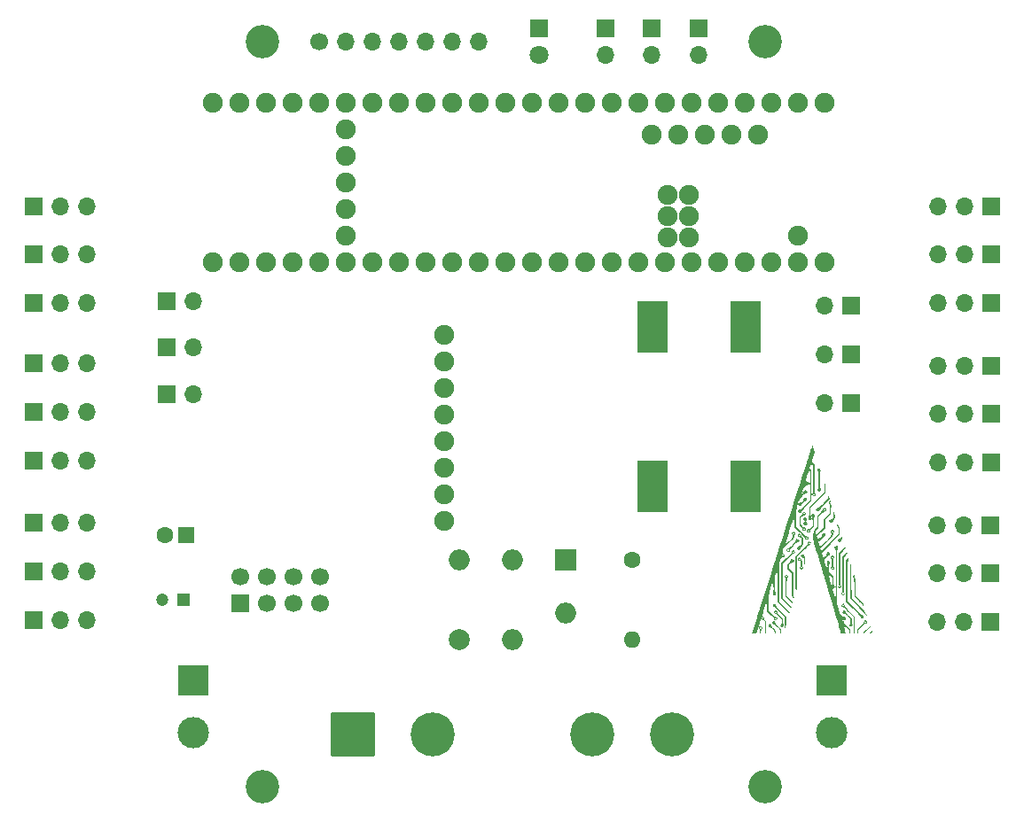
<source format=gbr>
%TF.GenerationSoftware,KiCad,Pcbnew,7.0.8*%
%TF.CreationDate,2025-03-22T19:36:19-04:00*%
%TF.ProjectId,Hexapod PCB KiCad Project,48657861-706f-4642-9050-4342204b6943,rev?*%
%TF.SameCoordinates,Original*%
%TF.FileFunction,Soldermask,Top*%
%TF.FilePolarity,Negative*%
%FSLAX46Y46*%
G04 Gerber Fmt 4.6, Leading zero omitted, Abs format (unit mm)*
G04 Created by KiCad (PCBNEW 7.0.8) date 2025-03-22 19:36:19*
%MOMM*%
%LPD*%
G01*
G04 APERTURE LIST*
G04 Aperture macros list*
%AMRoundRect*
0 Rectangle with rounded corners*
0 $1 Rounding radius*
0 $2 $3 $4 $5 $6 $7 $8 $9 X,Y pos of 4 corners*
0 Add a 4 corners polygon primitive as box body*
4,1,4,$2,$3,$4,$5,$6,$7,$8,$9,$2,$3,0*
0 Add four circle primitives for the rounded corners*
1,1,$1+$1,$2,$3*
1,1,$1+$1,$4,$5*
1,1,$1+$1,$6,$7*
1,1,$1+$1,$8,$9*
0 Add four rect primitives between the rounded corners*
20,1,$1+$1,$2,$3,$4,$5,0*
20,1,$1+$1,$4,$5,$6,$7,0*
20,1,$1+$1,$6,$7,$8,$9,0*
20,1,$1+$1,$8,$9,$2,$3,0*%
G04 Aperture macros list end*
%ADD10O,1.600000X1.600000*%
%ADD11C,1.600000*%
%ADD12R,1.800000X1.800000*%
%ADD13C,1.800000*%
%ADD14R,3.000000X5.000000*%
%ADD15R,1.700000X1.700000*%
%ADD16O,1.700000X1.700000*%
%ADD17C,3.200000*%
%ADD18C,1.904000*%
%ADD19O,2.000000X2.000000*%
%ADD20R,3.000000X3.000000*%
%ADD21C,3.000000*%
%ADD22RoundRect,0.102000X-2.000000X-2.000000X2.000000X-2.000000X2.000000X2.000000X-2.000000X2.000000X0*%
%ADD23C,4.204000*%
%ADD24C,1.700000*%
%ADD25C,1.200000*%
%ADD26R,1.200000X1.200000*%
%ADD27R,1.600000X1.600000*%
%ADD28C,2.000000*%
%ADD29R,2.000000X2.000000*%
G04 APERTURE END LIST*
%TO.C,G\u002A\u002A\u002A*%
G36*
X177915771Y-122329584D02*
G01*
X177915822Y-122334500D01*
X177891283Y-122401335D01*
X177830859Y-122472362D01*
X177754335Y-122529275D01*
X177681500Y-122553767D01*
X177678776Y-122553814D01*
X177640341Y-122551227D01*
X177631590Y-122537043D01*
X177656581Y-122501629D01*
X177719370Y-122435352D01*
X177735680Y-122418708D01*
X177822779Y-122334169D01*
X177877744Y-122293044D01*
X177906699Y-122292471D01*
X177915771Y-122329584D01*
G37*
G36*
X177760440Y-121843695D02*
G01*
X177756677Y-121877563D01*
X177725538Y-121929131D01*
X177662710Y-122004316D01*
X177563882Y-122109038D01*
X177442459Y-122231572D01*
X177301478Y-122368909D01*
X177194642Y-122465148D01*
X177116724Y-122524526D01*
X177062496Y-122551282D01*
X177045096Y-122553814D01*
X177023695Y-122548364D01*
X177023892Y-122528477D01*
X177049930Y-122488850D01*
X177106046Y-122424177D01*
X177196480Y-122329155D01*
X177325472Y-122198480D01*
X177343775Y-122180120D01*
X177465675Y-122060076D01*
X177573681Y-121957774D01*
X177660548Y-121879751D01*
X177719028Y-121832546D01*
X177741138Y-121821608D01*
X177760440Y-121843695D01*
G37*
G36*
X171336221Y-114983271D02*
G01*
X171398182Y-115044813D01*
X171434966Y-115120303D01*
X171438221Y-115146733D01*
X171452742Y-115219720D01*
X171479504Y-115261184D01*
X171506587Y-115316395D01*
X171518929Y-115414374D01*
X171516977Y-115539796D01*
X171501181Y-115677332D01*
X171471988Y-115811659D01*
X171462462Y-115843530D01*
X171405023Y-116023672D01*
X171395351Y-115678400D01*
X171385680Y-115333128D01*
X171295609Y-115323111D01*
X171186900Y-115288367D01*
X171119458Y-115217379D01*
X171102884Y-115145549D01*
X171198698Y-115145549D01*
X171220324Y-115182738D01*
X171273864Y-115218053D01*
X171318416Y-115198901D01*
X171335357Y-115157914D01*
X171321456Y-115108829D01*
X171275036Y-115084040D01*
X171222335Y-115095465D01*
X171213799Y-115102692D01*
X171198698Y-115145549D01*
X171102884Y-115145549D01*
X171100455Y-115135024D01*
X171125272Y-115055305D01*
X171185829Y-114989035D01*
X171261285Y-114958134D01*
X171268940Y-114957833D01*
X171336221Y-114983271D01*
G37*
G36*
X175034674Y-113367367D02*
G01*
X175061389Y-113442697D01*
X175032176Y-113504262D01*
X175018540Y-113516698D01*
X174984960Y-113572976D01*
X174973505Y-113638766D01*
X174946595Y-113729464D01*
X174906777Y-113770197D01*
X174828759Y-113810646D01*
X174762879Y-113803203D01*
X174689093Y-113745410D01*
X174686916Y-113743240D01*
X174636634Y-113680404D01*
X174615739Y-113632023D01*
X174738652Y-113632023D01*
X174743010Y-113648774D01*
X174783605Y-113690239D01*
X174838673Y-113690714D01*
X174870203Y-113663935D01*
X174868862Y-113618434D01*
X174849457Y-113589962D01*
X174797891Y-113567089D01*
X174753421Y-113585272D01*
X174738652Y-113632023D01*
X174615739Y-113632023D01*
X174613406Y-113626621D01*
X174613221Y-113623146D01*
X174638405Y-113558066D01*
X174698988Y-113497022D01*
X174772521Y-113460143D01*
X174798934Y-113456651D01*
X174866789Y-113436727D01*
X174935622Y-113389884D01*
X174987559Y-113347788D01*
X175018159Y-113347459D01*
X175034674Y-113367367D01*
G37*
G36*
X173795416Y-109492859D02*
G01*
X173863309Y-109687342D01*
X173382591Y-110168722D01*
X173213404Y-110340879D01*
X173078072Y-110484381D01*
X172979282Y-110596199D01*
X172919719Y-110673305D01*
X172901874Y-110710645D01*
X172878127Y-110803936D01*
X172817689Y-110870142D01*
X172736766Y-110902007D01*
X172651562Y-110892273D01*
X172591279Y-110849736D01*
X172551702Y-110780116D01*
X172541590Y-110729641D01*
X172543260Y-110724500D01*
X172661685Y-110724500D01*
X172682915Y-110774678D01*
X172721732Y-110784547D01*
X172771911Y-110763317D01*
X172781779Y-110724500D01*
X172760549Y-110674321D01*
X172721732Y-110664452D01*
X172671553Y-110685682D01*
X172661685Y-110724500D01*
X172543260Y-110724500D01*
X172567719Y-110649205D01*
X172631874Y-110580841D01*
X172712708Y-110545586D01*
X172729601Y-110544358D01*
X172772128Y-110527296D01*
X172843885Y-110474552D01*
X172947547Y-110383788D01*
X173085790Y-110252668D01*
X173253679Y-110086497D01*
X173709840Y-109628637D01*
X173718682Y-109463507D01*
X173727524Y-109298377D01*
X173795416Y-109492859D01*
G37*
G36*
X167266339Y-121866988D02*
G01*
X167337250Y-121908768D01*
X167384542Y-121975103D01*
X167393299Y-122055443D01*
X167382426Y-122089677D01*
X167347419Y-122144333D01*
X167318120Y-122163507D01*
X167301681Y-122191288D01*
X167290797Y-122265863D01*
X167287453Y-122358660D01*
X167285581Y-122464274D01*
X167277245Y-122523157D01*
X167258362Y-122548576D01*
X167227406Y-122553814D01*
X167194664Y-122547620D01*
X167176542Y-122520117D01*
X167168843Y-122457928D01*
X167167358Y-122362337D01*
X167160896Y-122234163D01*
X167140517Y-122157178D01*
X167122323Y-122133483D01*
X167086544Y-122070816D01*
X167081986Y-122016125D01*
X167151367Y-122016125D01*
X167154456Y-122053093D01*
X167195716Y-122094563D01*
X167254484Y-122099626D01*
X167301714Y-122067715D01*
X167307513Y-122056096D01*
X167302797Y-121999643D01*
X167276547Y-121959591D01*
X167233999Y-121926903D01*
X167198400Y-121940408D01*
X167181267Y-121956589D01*
X167151367Y-122016125D01*
X167081986Y-122016125D01*
X167079527Y-121986612D01*
X167102496Y-121912692D01*
X167113316Y-121899299D01*
X167186722Y-121860314D01*
X167266339Y-121866988D01*
G37*
G36*
X174305479Y-111083107D02*
G01*
X174357004Y-111256942D01*
X174373698Y-111392317D01*
X174354799Y-111500216D01*
X174299548Y-111591625D01*
X174267949Y-111625209D01*
X174202008Y-111703506D01*
X174165950Y-111775721D01*
X174162867Y-111796228D01*
X174138129Y-111876605D01*
X174077577Y-111946271D01*
X174001703Y-111983697D01*
X173982725Y-111985492D01*
X173917365Y-111965115D01*
X173862630Y-111925445D01*
X173812170Y-111840670D01*
X173812002Y-111805351D01*
X173922678Y-111805351D01*
X173943907Y-111855529D01*
X173982725Y-111865398D01*
X174032904Y-111844168D01*
X174042772Y-111805351D01*
X174021542Y-111755172D01*
X173982725Y-111745303D01*
X173932546Y-111766533D01*
X173922678Y-111805351D01*
X173812002Y-111805351D01*
X173811752Y-111752649D01*
X173854633Y-111677660D01*
X173934074Y-111631978D01*
X173986978Y-111625209D01*
X174059578Y-111603154D01*
X174135389Y-111547982D01*
X174141017Y-111542275D01*
X174178615Y-111498171D01*
X174202743Y-111450922D01*
X174216991Y-111385551D01*
X174224949Y-111287083D01*
X174229199Y-111174486D01*
X174237926Y-110889630D01*
X174305479Y-111083107D01*
G37*
G36*
X175853054Y-115912631D02*
G01*
X175863180Y-115934530D01*
X175874214Y-115963625D01*
X175886745Y-116001230D01*
X175897260Y-116043909D01*
X175905944Y-116097022D01*
X175912985Y-116165933D01*
X175918565Y-116256004D01*
X175922872Y-116372597D01*
X175926091Y-116521073D01*
X175928406Y-116706796D01*
X175930003Y-116935127D01*
X175931068Y-117211429D01*
X175931786Y-117541064D01*
X175931934Y-117633239D01*
X175934261Y-119152735D01*
X176642059Y-119885012D01*
X176860380Y-120112524D01*
X177038447Y-120302039D01*
X177179254Y-120457212D01*
X177285800Y-120581701D01*
X177361080Y-120679160D01*
X177408090Y-120753246D01*
X177429826Y-120807616D01*
X177429368Y-120845682D01*
X177407300Y-120831016D01*
X177348323Y-120777380D01*
X177256961Y-120689266D01*
X177137741Y-120571166D01*
X176995185Y-120427571D01*
X176833819Y-120262974D01*
X176658167Y-120081866D01*
X176617576Y-120039755D01*
X175815001Y-119206178D01*
X175816911Y-117509842D01*
X175817350Y-117148398D01*
X175817892Y-116842801D01*
X175818692Y-116588852D01*
X175819905Y-116382351D01*
X175821688Y-116219099D01*
X175824195Y-116094897D01*
X175827583Y-116005543D01*
X175832008Y-115946840D01*
X175837624Y-115914586D01*
X175844588Y-115904583D01*
X175853054Y-115912631D01*
G37*
G36*
X176186504Y-116945673D02*
G01*
X176196914Y-116997036D01*
X176191370Y-117044868D01*
X176184546Y-117123383D01*
X176204901Y-117161766D01*
X176215954Y-117167370D01*
X176246745Y-117187504D01*
X176271315Y-117225723D01*
X176290315Y-117288025D01*
X176304397Y-117380412D01*
X176314212Y-117508882D01*
X176320411Y-117679436D01*
X176323646Y-117898075D01*
X176324569Y-118167787D01*
X176324569Y-118966890D01*
X176699231Y-119340652D01*
X176850935Y-119494802D01*
X176963219Y-119616007D01*
X177041713Y-119711025D01*
X177092044Y-119786615D01*
X177117739Y-119843098D01*
X177142609Y-119919577D01*
X177155303Y-119965672D01*
X177155550Y-119971781D01*
X177133620Y-119951459D01*
X177075539Y-119894538D01*
X176987410Y-119807084D01*
X176875333Y-119695163D01*
X176745412Y-119564842D01*
X176679871Y-119498909D01*
X176210226Y-119026036D01*
X176197472Y-118148376D01*
X176193392Y-117891579D01*
X176189155Y-117688172D01*
X176184313Y-117531498D01*
X176178416Y-117414900D01*
X176171016Y-117331721D01*
X176161665Y-117275304D01*
X176149912Y-117238993D01*
X176135310Y-117216131D01*
X176134549Y-117215279D01*
X176088499Y-117127297D01*
X176101050Y-117028307D01*
X176115460Y-116997467D01*
X176156645Y-116944125D01*
X176186504Y-116945673D01*
G37*
G36*
X177341310Y-121316582D02*
G01*
X177407800Y-121375520D01*
X177435429Y-121451118D01*
X177435443Y-121452809D01*
X177410002Y-121521095D01*
X177348484Y-121583615D01*
X177273096Y-121620162D01*
X177248308Y-121623081D01*
X177193517Y-121645985D01*
X177102696Y-121714953D01*
X176975375Y-121830369D01*
X176873013Y-121930287D01*
X176564758Y-122237493D01*
X176564758Y-122395653D01*
X176561915Y-122488607D01*
X176549723Y-122536109D01*
X176522687Y-122552630D01*
X176504711Y-122553814D01*
X176471743Y-122547514D01*
X176453618Y-122519628D01*
X176446034Y-122456675D01*
X176444663Y-122365654D01*
X176444663Y-122177494D01*
X176774923Y-121848258D01*
X176911164Y-121709710D01*
X177007325Y-121604893D01*
X177068314Y-121527768D01*
X177099041Y-121472296D01*
X177099582Y-121469621D01*
X177188281Y-121469621D01*
X177223640Y-121513876D01*
X177280799Y-121526699D01*
X177282564Y-121526381D01*
X177321894Y-121493134D01*
X177330361Y-121457951D01*
X177307357Y-121407185D01*
X177256528Y-121385794D01*
X177205143Y-121402021D01*
X177193064Y-121416460D01*
X177188281Y-121469621D01*
X177099582Y-121469621D01*
X177105183Y-121441950D01*
X177126930Y-121351006D01*
X177191680Y-121301928D01*
X177256653Y-121292821D01*
X177341310Y-121316582D01*
G37*
G36*
X168214537Y-121649194D02*
G01*
X168278919Y-121712906D01*
X168308088Y-121792279D01*
X168308257Y-121798359D01*
X168322946Y-121858059D01*
X168371373Y-121932135D01*
X168460074Y-122030025D01*
X168488399Y-122058424D01*
X168576376Y-122147336D01*
X168629735Y-122210768D01*
X168657118Y-122264880D01*
X168667169Y-122325833D01*
X168668540Y-122395250D01*
X168664185Y-122492588D01*
X168648987Y-122541639D01*
X168623505Y-122553814D01*
X168593146Y-122535272D01*
X168579844Y-122472852D01*
X168578469Y-122425274D01*
X168574461Y-122356539D01*
X168556411Y-122300180D01*
X168515284Y-122240559D01*
X168442044Y-122162042D01*
X168404963Y-122125037D01*
X168296064Y-122025431D01*
X168213655Y-121969948D01*
X168151907Y-121953341D01*
X168061225Y-121929867D01*
X167997654Y-121869652D01*
X167977997Y-121801078D01*
X167983317Y-121785192D01*
X168072255Y-121785192D01*
X168079776Y-121850477D01*
X168115596Y-121888341D01*
X168161337Y-121882606D01*
X168196172Y-121841247D01*
X168203174Y-121803223D01*
X168183769Y-121738215D01*
X168150542Y-121718850D01*
X168098742Y-121732918D01*
X168072255Y-121785192D01*
X167983317Y-121785192D01*
X167999617Y-121736520D01*
X168050807Y-121671411D01*
X168111055Y-121628791D01*
X168136446Y-121623081D01*
X168214537Y-121649194D01*
G37*
G36*
X168626752Y-119727063D02*
G01*
X168689226Y-119788787D01*
X168725682Y-119864598D01*
X168728588Y-119889568D01*
X168745401Y-119931266D01*
X168797394Y-120002096D01*
X168886895Y-120104713D01*
X169016235Y-120241772D01*
X169187742Y-120415927D01*
X169208966Y-120437147D01*
X169689344Y-120916822D01*
X169687510Y-121352516D01*
X169684730Y-121548826D01*
X169677462Y-121698084D01*
X169664481Y-121813198D01*
X169644565Y-121907076D01*
X169630543Y-121953341D01*
X169575410Y-122118471D01*
X169572330Y-121547670D01*
X169569250Y-120976869D01*
X169096036Y-120504349D01*
X168929939Y-120340173D01*
X168799863Y-120215771D01*
X168700932Y-120126951D01*
X168628271Y-120069518D01*
X168577003Y-120039280D01*
X168546603Y-120031828D01*
X168456120Y-120009908D01*
X168407281Y-119944806D01*
X168399162Y-119886360D01*
X168492397Y-119886360D01*
X168513547Y-119937417D01*
X168522974Y-119944580D01*
X168573795Y-119948310D01*
X168616613Y-119912717D01*
X168632301Y-119857486D01*
X168627701Y-119836784D01*
X168586657Y-119799406D01*
X168556387Y-119797271D01*
X168508829Y-119830157D01*
X168492397Y-119886360D01*
X168399162Y-119886360D01*
X168398328Y-119880359D01*
X168422089Y-119795701D01*
X168481027Y-119729211D01*
X168556624Y-119701582D01*
X168558316Y-119701568D01*
X168626752Y-119727063D01*
G37*
G36*
X168575201Y-121377025D02*
G01*
X168629244Y-121434219D01*
X168660611Y-121501535D01*
X168659439Y-121543447D01*
X168673900Y-121580569D01*
X168727610Y-121651773D01*
X168815336Y-121750797D01*
X168931850Y-121871383D01*
X168941362Y-121880881D01*
X169238990Y-122177392D01*
X169238990Y-122365603D01*
X169235788Y-122472836D01*
X169224385Y-122531535D01*
X169202088Y-122552959D01*
X169193954Y-122553814D01*
X169165963Y-122538109D01*
X169152078Y-122483518D01*
X169148919Y-122399652D01*
X169147770Y-122335871D01*
X169139851Y-122284954D01*
X169118458Y-122236313D01*
X169076883Y-122179359D01*
X169008419Y-122103505D01*
X168906361Y-121998162D01*
X168873175Y-121964309D01*
X168750204Y-121841858D01*
X168658838Y-121758728D01*
X168591357Y-121708862D01*
X168540044Y-121686198D01*
X168515036Y-121683128D01*
X168417410Y-121657861D01*
X168355776Y-121588095D01*
X168345366Y-121536808D01*
X168414868Y-121536808D01*
X168448866Y-121579923D01*
X168499726Y-121587139D01*
X168553420Y-121556191D01*
X168563458Y-121518410D01*
X168540677Y-121467806D01*
X168490347Y-121445573D01*
X168439487Y-121460361D01*
X168427221Y-121474792D01*
X168414868Y-121536808D01*
X168345366Y-121536808D01*
X168338280Y-121501898D01*
X168363679Y-121416694D01*
X168435019Y-121365404D01*
X168515756Y-121352868D01*
X168575201Y-121377025D01*
G37*
G36*
X173414606Y-108307596D02*
G01*
X173448164Y-108447253D01*
X173466604Y-108613104D01*
X173471915Y-108803221D01*
X173472323Y-109118704D01*
X172751756Y-109838802D01*
X172031188Y-110558900D01*
X172031188Y-110958164D01*
X172031978Y-111122770D01*
X172035432Y-111239233D01*
X172043172Y-111319448D01*
X172056823Y-111375309D01*
X172078008Y-111418712D01*
X172098027Y-111447832D01*
X172140050Y-111511903D01*
X172146807Y-111558317D01*
X172121843Y-111615236D01*
X172119608Y-111619253D01*
X172054605Y-111684439D01*
X171967142Y-111711900D01*
X171879972Y-111697532D01*
X171839800Y-111669721D01*
X171796575Y-111588029D01*
X171798246Y-111558799D01*
X171904321Y-111558799D01*
X171933283Y-111604109D01*
X171979259Y-111617320D01*
X171983153Y-111616215D01*
X172017081Y-111580650D01*
X172025901Y-111555077D01*
X172012771Y-111506320D01*
X171969124Y-111482017D01*
X171921905Y-111493270D01*
X171909781Y-111507238D01*
X171904321Y-111558799D01*
X171798246Y-111558799D01*
X171802053Y-111492206D01*
X171835080Y-111428288D01*
X171853999Y-111387972D01*
X171867124Y-111319529D01*
X171875288Y-111214071D01*
X171879329Y-111062711D01*
X171880115Y-110949447D01*
X171881070Y-110528886D01*
X172616649Y-109793767D01*
X173352228Y-109058647D01*
X173354967Y-108593051D01*
X173357706Y-108127455D01*
X173414606Y-108307596D01*
G37*
G36*
X171614493Y-111469285D02*
G01*
X171673799Y-111530312D01*
X171697066Y-111610709D01*
X171677436Y-111693036D01*
X171640881Y-111737258D01*
X171595395Y-111789591D01*
X171580834Y-111827035D01*
X171600487Y-111875012D01*
X171640881Y-111925445D01*
X171686169Y-111995033D01*
X171700928Y-112055898D01*
X171676144Y-112140142D01*
X171613865Y-112197887D01*
X171532201Y-112223181D01*
X171449262Y-112210073D01*
X171387382Y-112158954D01*
X171344759Y-112063518D01*
X171348953Y-112040536D01*
X171460739Y-112040536D01*
X171477668Y-112108185D01*
X171515586Y-112130813D01*
X171555192Y-112106710D01*
X171575416Y-112050694D01*
X171568892Y-111999147D01*
X171522874Y-111985492D01*
X171470728Y-112006152D01*
X171460739Y-112040536D01*
X171348953Y-112040536D01*
X171360423Y-111977685D01*
X171400692Y-111925445D01*
X171445086Y-111867789D01*
X171460739Y-111825016D01*
X171440160Y-111776022D01*
X171400692Y-111730292D01*
X171350603Y-111652734D01*
X171350196Y-111606514D01*
X171467728Y-111606514D01*
X171480923Y-111659138D01*
X171518445Y-111685186D01*
X171520786Y-111685256D01*
X171557859Y-111661159D01*
X171570751Y-111638202D01*
X171572018Y-111582704D01*
X171542159Y-111546701D01*
X171499139Y-111547538D01*
X171486776Y-111557139D01*
X171467728Y-111606514D01*
X171350196Y-111606514D01*
X171349875Y-111570119D01*
X171391564Y-111498255D01*
X171468724Y-111452949D01*
X171526003Y-111445067D01*
X171614493Y-111469285D01*
G37*
G36*
X175336441Y-114300345D02*
G01*
X175347042Y-114325260D01*
X175350927Y-114340131D01*
X175356014Y-114379974D01*
X175345448Y-114420445D01*
X175312663Y-114471162D01*
X175251094Y-114541747D01*
X175154178Y-114641821D01*
X175125018Y-114671206D01*
X174878268Y-114919244D01*
X174861710Y-116387179D01*
X174845151Y-117855114D01*
X174909328Y-117912309D01*
X174961508Y-117988746D01*
X174967684Y-118070038D01*
X174937195Y-118143483D01*
X174879379Y-118196380D01*
X174803573Y-118216027D01*
X174719115Y-118189723D01*
X174709877Y-118183605D01*
X174658856Y-118117724D01*
X174647106Y-118052040D01*
X174733316Y-118052040D01*
X174756231Y-118096480D01*
X174806825Y-118111562D01*
X174857872Y-118092240D01*
X174870203Y-118077410D01*
X174868105Y-118032716D01*
X174844832Y-117998799D01*
X174789189Y-117970214D01*
X174747122Y-117994448D01*
X174733316Y-118052040D01*
X174647106Y-118052040D01*
X174643676Y-118032864D01*
X174666539Y-117954878D01*
X174688280Y-117930173D01*
X174698533Y-117915296D01*
X174707137Y-117885931D01*
X174714232Y-117837284D01*
X174719956Y-117764562D01*
X174724448Y-117662973D01*
X174727846Y-117527723D01*
X174730288Y-117354019D01*
X174731914Y-117137068D01*
X174732862Y-116872077D01*
X174733271Y-116554252D01*
X174733316Y-116372210D01*
X174733316Y-114851624D01*
X175031701Y-114554358D01*
X175149551Y-114437416D01*
X175231949Y-114358242D01*
X175285896Y-114312138D01*
X175318393Y-114294405D01*
X175336441Y-114300345D01*
G37*
G36*
X170486928Y-114631127D02*
G01*
X170510341Y-114652455D01*
X170556033Y-114737883D01*
X170551266Y-114821825D01*
X170504233Y-114889917D01*
X170423126Y-114927797D01*
X170352626Y-114928961D01*
X170319806Y-114947579D01*
X170251753Y-115003020D01*
X170155223Y-115089183D01*
X170036975Y-115199969D01*
X169903766Y-115329278D01*
X169849730Y-115382901D01*
X169389108Y-115842804D01*
X169389108Y-117504623D01*
X169389108Y-119166442D01*
X169794151Y-119591629D01*
X169950450Y-119758336D01*
X170066005Y-119888263D01*
X170143877Y-119985699D01*
X170187130Y-120054934D01*
X170198823Y-120100258D01*
X170182020Y-120125961D01*
X170177228Y-120128391D01*
X170150625Y-120110807D01*
X170088744Y-120055981D01*
X169997920Y-119969961D01*
X169884485Y-119858798D01*
X169754772Y-119728543D01*
X169696850Y-119669483D01*
X169238990Y-119200539D01*
X169238990Y-117506682D01*
X169238990Y-115812824D01*
X169731711Y-115320782D01*
X169890985Y-115159337D01*
X170022062Y-115021560D01*
X170121231Y-114911597D01*
X170184781Y-114833592D01*
X170209002Y-114791689D01*
X170208788Y-114787972D01*
X170210545Y-114764152D01*
X170325482Y-114764152D01*
X170329924Y-114790685D01*
X170370492Y-114831438D01*
X170425660Y-114831351D01*
X170456728Y-114804834D01*
X170457602Y-114759444D01*
X170423856Y-114717707D01*
X170377008Y-114698183D01*
X170346092Y-114709406D01*
X170325482Y-114764152D01*
X170210545Y-114764152D01*
X170212663Y-114735425D01*
X170242173Y-114672377D01*
X170312561Y-114612797D01*
X170401670Y-114598488D01*
X170486928Y-114631127D01*
G37*
G36*
X175171521Y-119719673D02*
G01*
X175212785Y-119745781D01*
X175259440Y-119816039D01*
X175273741Y-119879209D01*
X175283053Y-119915236D01*
X175313920Y-119966356D01*
X175370741Y-120037680D01*
X175457915Y-120134315D01*
X175579841Y-120261371D01*
X175740918Y-120423958D01*
X175754120Y-120437147D01*
X176234498Y-120916822D01*
X176234498Y-121735318D01*
X176234133Y-121981265D01*
X176232804Y-122173498D01*
X176230165Y-122318347D01*
X176225867Y-122422143D01*
X176219560Y-122491217D01*
X176210898Y-122531897D01*
X176199531Y-122550516D01*
X176189462Y-122553814D01*
X176175682Y-122547097D01*
X176164972Y-122522644D01*
X176156962Y-122474002D01*
X176151284Y-122394717D01*
X176147567Y-122278334D01*
X176145441Y-122118402D01*
X176144537Y-121908465D01*
X176144427Y-121767812D01*
X176144427Y-120981810D01*
X175672776Y-120506819D01*
X175509856Y-120344239D01*
X175382602Y-120221071D01*
X175285761Y-120132787D01*
X175214079Y-120074853D01*
X175162301Y-120042739D01*
X175125173Y-120031914D01*
X175121992Y-120031828D01*
X175030403Y-120008237D01*
X174970089Y-119947537D01*
X174953816Y-119868671D01*
X175041434Y-119868671D01*
X175063893Y-119927128D01*
X175099028Y-119964428D01*
X175127040Y-119961302D01*
X175167550Y-119923565D01*
X175198454Y-119875604D01*
X175181031Y-119833494D01*
X175129430Y-119797130D01*
X175103993Y-119791639D01*
X175057168Y-119815062D01*
X175041434Y-119868671D01*
X174953816Y-119868671D01*
X174953025Y-119864837D01*
X174961058Y-119828794D01*
X175013085Y-119750921D01*
X175089484Y-119712488D01*
X175171521Y-119719673D01*
G37*
G36*
X169786459Y-116967663D02*
G01*
X169812094Y-116986831D01*
X169862268Y-117059635D01*
X169856146Y-117140794D01*
X169809439Y-117217799D01*
X169791725Y-117243260D01*
X169777878Y-117274085D01*
X169767423Y-117317468D01*
X169759888Y-117380604D01*
X169754797Y-117470686D01*
X169751677Y-117594909D01*
X169750055Y-117760467D01*
X169749456Y-117974554D01*
X169749391Y-118129550D01*
X169749391Y-118964964D01*
X170050885Y-119267487D01*
X170179641Y-119399748D01*
X170267183Y-119497446D01*
X170317488Y-119565561D01*
X170334530Y-119609075D01*
X170332897Y-119620777D01*
X170307030Y-119663829D01*
X170293599Y-119671544D01*
X170266607Y-119651366D01*
X170205320Y-119595746D01*
X170117544Y-119512063D01*
X170011084Y-119407691D01*
X169951539Y-119348300D01*
X169629297Y-119025056D01*
X169629297Y-118161151D01*
X169629163Y-117910655D01*
X169628428Y-117713049D01*
X169626590Y-117561172D01*
X169623147Y-117447867D01*
X169617599Y-117365975D01*
X169609443Y-117308337D01*
X169598179Y-117267796D01*
X169583306Y-117237191D01*
X169564320Y-117209366D01*
X169562458Y-117206841D01*
X169520435Y-117142773D01*
X169513678Y-117096365D01*
X169518879Y-117084507D01*
X169629297Y-117084507D01*
X169647375Y-117149875D01*
X169689030Y-117180511D01*
X169735394Y-117169647D01*
X169761288Y-117131837D01*
X169765614Y-117066308D01*
X169719964Y-117032745D01*
X169687572Y-117029464D01*
X169638234Y-117051762D01*
X169629297Y-117084507D01*
X169518879Y-117084507D01*
X169538641Y-117039456D01*
X169540887Y-117035420D01*
X169608551Y-116966818D01*
X169697357Y-116942987D01*
X169786459Y-116967663D01*
G37*
G36*
X171046870Y-115318890D02*
G01*
X171106524Y-115382345D01*
X171130475Y-115473137D01*
X171130479Y-115474429D01*
X171147202Y-115547707D01*
X171175514Y-115588329D01*
X171200025Y-115627622D01*
X171214375Y-115702422D01*
X171220212Y-115823153D01*
X171220550Y-115873554D01*
X171223993Y-116011303D01*
X171235421Y-116099764D01*
X171256478Y-116149359D01*
X171265585Y-116158779D01*
X171305276Y-116226046D01*
X171305952Y-116311149D01*
X171269823Y-116388264D01*
X171243893Y-116412277D01*
X171151712Y-116454794D01*
X171073357Y-116440469D01*
X171030049Y-116404109D01*
X170988951Y-116325013D01*
X170986932Y-116279583D01*
X171070432Y-116279583D01*
X171091172Y-116335425D01*
X171140378Y-116348156D01*
X171187947Y-116321816D01*
X171214570Y-116278982D01*
X171193258Y-116237129D01*
X171140374Y-116207101D01*
X171091448Y-116224455D01*
X171070432Y-116279583D01*
X170986932Y-116279583D01*
X170985026Y-116236693D01*
X171018646Y-116165164D01*
X171026536Y-116157833D01*
X171050463Y-116123365D01*
X171063103Y-116061633D01*
X171066124Y-115960140D01*
X171064065Y-115876438D01*
X171055420Y-115633365D01*
X170969029Y-115631916D01*
X170874700Y-115603113D01*
X170826417Y-115561037D01*
X170779115Y-115486586D01*
X170779090Y-115470007D01*
X170890290Y-115470007D01*
X170913205Y-115514446D01*
X170963799Y-115529529D01*
X171014846Y-115510207D01*
X171027177Y-115495377D01*
X171025627Y-115451399D01*
X170990426Y-115407716D01*
X170943815Y-115386573D01*
X170923195Y-115391395D01*
X170895502Y-115435407D01*
X170890290Y-115470007D01*
X170779090Y-115470007D01*
X170779017Y-115422500D01*
X170816933Y-115354821D01*
X170885749Y-115298901D01*
X170967836Y-115289000D01*
X171046870Y-115318890D01*
G37*
G36*
X170334597Y-115433603D02*
G01*
X170401493Y-115494946D01*
X170438125Y-115569861D01*
X170439935Y-115588329D01*
X170414103Y-115664356D01*
X170351141Y-115730847D01*
X170272851Y-115766745D01*
X170253424Y-115768471D01*
X170194873Y-115789299D01*
X170115406Y-115843937D01*
X170058270Y-115894817D01*
X169985126Y-115971406D01*
X169946549Y-116032241D01*
X169931673Y-116100829D01*
X169929533Y-116173341D01*
X169931397Y-116244918D01*
X169942280Y-116300047D01*
X169970118Y-116352350D01*
X170022848Y-116415449D01*
X170108406Y-116502968D01*
X170139699Y-116534074D01*
X170349864Y-116742629D01*
X170349864Y-117822642D01*
X170349864Y-118902656D01*
X170425790Y-118981905D01*
X170476744Y-119049518D01*
X170483048Y-119108104D01*
X170477463Y-119126718D01*
X170461260Y-119161090D01*
X170439748Y-119166050D01*
X170400865Y-119136845D01*
X170333984Y-119070192D01*
X170214758Y-118948104D01*
X170204213Y-117857363D01*
X170193669Y-116766622D01*
X169986542Y-116561082D01*
X169779415Y-116355543D01*
X169779415Y-116158455D01*
X169781006Y-116054032D01*
X169792002Y-115984309D01*
X169821743Y-115927829D01*
X169879566Y-115863134D01*
X169929533Y-115813507D01*
X170019101Y-115714498D01*
X170070219Y-115633841D01*
X170079652Y-115596964D01*
X170084645Y-115580823D01*
X170205164Y-115580823D01*
X170210718Y-115633518D01*
X170257106Y-115648361D01*
X170259793Y-115648377D01*
X170307943Y-115634663D01*
X170314810Y-115583652D01*
X170314423Y-115580823D01*
X170289884Y-115528007D01*
X170259793Y-115513270D01*
X170220953Y-115538827D01*
X170205164Y-115580823D01*
X170084645Y-115580823D01*
X170104427Y-115516880D01*
X170165027Y-115447360D01*
X170240857Y-115409981D01*
X170259793Y-115408188D01*
X170334597Y-115433603D01*
G37*
G36*
X175515735Y-114829214D02*
G01*
X175483765Y-114916284D01*
X175397176Y-115027931D01*
X175348800Y-115077927D01*
X175183670Y-115241006D01*
X175183670Y-116903608D01*
X175183730Y-117261786D01*
X175184021Y-117564792D01*
X175184711Y-117817505D01*
X175185969Y-118024799D01*
X175187964Y-118191551D01*
X175190863Y-118322638D01*
X175194835Y-118422935D01*
X175200049Y-118497320D01*
X175206673Y-118550669D01*
X175214875Y-118587858D01*
X175224824Y-118613764D01*
X175236688Y-118633262D01*
X175243718Y-118642548D01*
X175291240Y-118712413D01*
X175295855Y-118763829D01*
X175255975Y-118820587D01*
X175230071Y-118847259D01*
X175149796Y-118907882D01*
X175078723Y-118912817D01*
X175005388Y-118862754D01*
X175003529Y-118860906D01*
X174958546Y-118795547D01*
X174943481Y-118740812D01*
X174945624Y-118733938D01*
X175040890Y-118733938D01*
X175055826Y-118776125D01*
X175063155Y-118785340D01*
X175116939Y-118820973D01*
X175161441Y-118800961D01*
X175178980Y-118757652D01*
X175173452Y-118691166D01*
X175136067Y-118661554D01*
X175082948Y-118679451D01*
X175073446Y-118688050D01*
X175040890Y-118733938D01*
X174945624Y-118733938D01*
X174963858Y-118675452D01*
X175003529Y-118620717D01*
X175016310Y-118606428D01*
X175027136Y-118588010D01*
X175036170Y-118560699D01*
X175043573Y-118519729D01*
X175049508Y-118460335D01*
X175054136Y-118377752D01*
X175057620Y-118267216D01*
X175060122Y-118123961D01*
X175061803Y-117943223D01*
X175062828Y-117720237D01*
X175063356Y-117450237D01*
X175063551Y-117128459D01*
X175063576Y-116856023D01*
X175063576Y-115151376D01*
X175267867Y-114948651D01*
X175357311Y-114863919D01*
X175431488Y-114801143D01*
X175480241Y-114768521D01*
X175493044Y-114766812D01*
X175515735Y-114829214D01*
G37*
G36*
X175665778Y-115314536D02*
G01*
X175678874Y-115347551D01*
X175676461Y-115424412D01*
X175640692Y-115478295D01*
X175628868Y-115493095D01*
X175618675Y-115512508D01*
X175609944Y-115540974D01*
X175602509Y-115582932D01*
X175596200Y-115642825D01*
X175590851Y-115725091D01*
X175586294Y-115834172D01*
X175582361Y-115974507D01*
X175578884Y-116150537D01*
X175575696Y-116366701D01*
X175572628Y-116627442D01*
X175569514Y-116937198D01*
X175566185Y-117300410D01*
X175564446Y-117496727D01*
X175547250Y-119450161D01*
X176213873Y-120116290D01*
X176386131Y-120286736D01*
X176543841Y-120439530D01*
X176681888Y-120569948D01*
X176795160Y-120673265D01*
X176878544Y-120744756D01*
X176926926Y-120779698D01*
X176934766Y-120782419D01*
X177033854Y-120804608D01*
X177091218Y-120869355D01*
X177105183Y-120947549D01*
X177081299Y-121038743D01*
X177020904Y-121096830D01*
X176940885Y-121115177D01*
X176858127Y-121087151D01*
X176824612Y-121057774D01*
X176784805Y-120984370D01*
X176778366Y-120948891D01*
X176869308Y-120948891D01*
X176893724Y-120998735D01*
X176950118Y-121022523D01*
X176954123Y-121022608D01*
X177004808Y-121001991D01*
X177015112Y-120961619D01*
X176993562Y-120903740D01*
X176944589Y-120877133D01*
X176891710Y-120893941D01*
X176889013Y-120896509D01*
X176869308Y-120948891D01*
X176778366Y-120948891D01*
X176774923Y-120929923D01*
X176763915Y-120897226D01*
X176728694Y-120844687D01*
X176665971Y-120768661D01*
X176572454Y-120665505D01*
X176444851Y-120531575D01*
X176279872Y-120363225D01*
X176099391Y-120181946D01*
X175423860Y-119506915D01*
X175423860Y-117508680D01*
X175423860Y-115510445D01*
X175540933Y-115396126D01*
X175608417Y-115332139D01*
X175645916Y-115306392D01*
X175665778Y-115314536D01*
G37*
G36*
X168726355Y-120346178D02*
G01*
X168770163Y-120372072D01*
X168835529Y-120442970D01*
X168848682Y-120506055D01*
X168859325Y-120554336D01*
X168895367Y-120615142D01*
X168962977Y-120696606D01*
X169068324Y-120806860D01*
X169103883Y-120842466D01*
X169359084Y-121096342D01*
X169359084Y-121332458D01*
X169362269Y-121463424D01*
X169373967Y-121551297D01*
X169397390Y-121612795D01*
X169419131Y-121644912D01*
X169461711Y-121715018D01*
X169479179Y-121775104D01*
X169452559Y-121850519D01*
X169386256Y-121905797D01*
X169314049Y-121923318D01*
X169237264Y-121903786D01*
X169196099Y-121876138D01*
X169153049Y-121798496D01*
X169160456Y-121755168D01*
X169243177Y-121755168D01*
X169250698Y-121820454D01*
X169286518Y-121858317D01*
X169332259Y-121852582D01*
X169367094Y-121811224D01*
X169374096Y-121773199D01*
X169354691Y-121708191D01*
X169321464Y-121688827D01*
X169269664Y-121702894D01*
X169243177Y-121755168D01*
X169160456Y-121755168D01*
X169168328Y-121709121D01*
X169208966Y-121644912D01*
X169245835Y-121579509D01*
X169264406Y-121491188D01*
X169269013Y-121376790D01*
X169269013Y-121185006D01*
X169007084Y-120923666D01*
X168885392Y-120805602D01*
X168795130Y-120726873D01*
X168728372Y-120681458D01*
X168677191Y-120663340D01*
X168662869Y-120662325D01*
X168583049Y-120638958D01*
X168535367Y-120580292D01*
X168523843Y-120510258D01*
X168611127Y-120510258D01*
X168625915Y-120561118D01*
X168640346Y-120573384D01*
X168702361Y-120585737D01*
X168745477Y-120551739D01*
X168752693Y-120500879D01*
X168721745Y-120447185D01*
X168683963Y-120437147D01*
X168633360Y-120459928D01*
X168611127Y-120510258D01*
X168523843Y-120510258D01*
X168522726Y-120503473D01*
X168548027Y-120425651D01*
X168612539Y-120364878D01*
X168675252Y-120337527D01*
X168726355Y-120346178D01*
G37*
G36*
X170843022Y-113541741D02*
G01*
X170911493Y-113602663D01*
X170948550Y-113678155D01*
X170950337Y-113696840D01*
X170923720Y-113775334D01*
X170857152Y-113840684D01*
X170770560Y-113875227D01*
X170747141Y-113876982D01*
X170688878Y-113898813D01*
X170603006Y-113957773D01*
X170499342Y-114044060D01*
X170387704Y-114147871D01*
X170277907Y-114259406D01*
X170179770Y-114368863D01*
X170103110Y-114466440D01*
X170057743Y-114542335D01*
X170049628Y-114573400D01*
X170025122Y-114667469D01*
X169961268Y-114727555D01*
X169872563Y-114746253D01*
X169773503Y-114716160D01*
X169771909Y-114715239D01*
X169727412Y-114658799D01*
X169717884Y-114582597D01*
X169814190Y-114582597D01*
X169834484Y-114631865D01*
X169881680Y-114653060D01*
X169891568Y-114651965D01*
X169941675Y-114617343D01*
X169953925Y-114589608D01*
X169940190Y-114539065D01*
X169893876Y-114513252D01*
X169841225Y-114524827D01*
X169833458Y-114531497D01*
X169814190Y-114582597D01*
X169717884Y-114582597D01*
X169717216Y-114577257D01*
X169739613Y-114493562D01*
X169792895Y-114430663D01*
X169793107Y-114430523D01*
X169856789Y-114402326D01*
X169901423Y-114403578D01*
X169935508Y-114391278D01*
X170004814Y-114339231D01*
X170103984Y-114251950D01*
X170227660Y-114133950D01*
X170263027Y-114098936D01*
X170397602Y-113962137D01*
X170492418Y-113858873D01*
X170552604Y-113782799D01*
X170583292Y-113727568D01*
X170587395Y-113707502D01*
X170689908Y-113707502D01*
X170721379Y-113746748D01*
X170771967Y-113756887D01*
X170821239Y-113734525D01*
X170830243Y-113700052D01*
X170808974Y-113643108D01*
X170760841Y-113624237D01*
X170709758Y-113652274D01*
X170689908Y-113707502D01*
X170587395Y-113707502D01*
X170590053Y-113694499D01*
X170616434Y-113604970D01*
X170683384Y-113539575D01*
X170765053Y-113516698D01*
X170843022Y-113541741D01*
G37*
G36*
X171939910Y-113771388D02*
G01*
X171980922Y-113795735D01*
X172027361Y-113830842D01*
X172043156Y-113867886D01*
X172033268Y-113929104D01*
X172020717Y-113974091D01*
X171988314Y-114059747D01*
X171947969Y-114101092D01*
X171909899Y-114111798D01*
X171860630Y-114137956D01*
X171771812Y-114208506D01*
X171643891Y-114323050D01*
X171477310Y-114481188D01*
X171273091Y-114681951D01*
X170710148Y-115242465D01*
X170710148Y-116800507D01*
X170709819Y-117172189D01*
X170708677Y-117488546D01*
X170706490Y-117754301D01*
X170703023Y-117974172D01*
X170698045Y-118152881D01*
X170691323Y-118295149D01*
X170682623Y-118405695D01*
X170671712Y-118489240D01*
X170658359Y-118550506D01*
X170642329Y-118594211D01*
X170623390Y-118625078D01*
X170619918Y-118629325D01*
X170615156Y-118605529D01*
X170609850Y-118527788D01*
X170604201Y-118402197D01*
X170598409Y-118234855D01*
X170592675Y-118031859D01*
X170587198Y-117799305D01*
X170582179Y-117543291D01*
X170579984Y-117413368D01*
X170575519Y-117122316D01*
X170571402Y-116829718D01*
X170567748Y-116545623D01*
X170564674Y-116280080D01*
X170562294Y-116043139D01*
X170560724Y-115844848D01*
X170560079Y-115695258D01*
X170560069Y-115680111D01*
X170560030Y-115186432D01*
X171143366Y-114599260D01*
X171325650Y-114414564D01*
X171468602Y-114266666D01*
X171576316Y-114150897D01*
X171652887Y-114062586D01*
X171702410Y-113997063D01*
X171728980Y-113949657D01*
X171730372Y-113944603D01*
X171829195Y-113944603D01*
X171850820Y-113981792D01*
X171904360Y-114017107D01*
X171948912Y-113997955D01*
X171965854Y-113956968D01*
X171951953Y-113907884D01*
X171905532Y-113883094D01*
X171852831Y-113894520D01*
X171844296Y-113901746D01*
X171829195Y-113944603D01*
X171730372Y-113944603D01*
X171736333Y-113922964D01*
X171773445Y-113831722D01*
X171825069Y-113789644D01*
X171888417Y-113762170D01*
X171939910Y-113771388D01*
G37*
G36*
X174188579Y-115127541D02*
G01*
X174254276Y-115179783D01*
X174282375Y-115255142D01*
X174265676Y-115338199D01*
X174222914Y-115393176D01*
X174195523Y-115424727D01*
X174177895Y-115468165D01*
X174167961Y-115536155D01*
X174163653Y-115641361D01*
X174162867Y-115760883D01*
X174164452Y-115907960D01*
X174170604Y-116008629D01*
X174183416Y-116076478D01*
X174204982Y-116125096D01*
X174222914Y-116150586D01*
X174265559Y-116221471D01*
X174282961Y-116282922D01*
X174257920Y-116361022D01*
X174195784Y-116421545D01*
X174116037Y-116452938D01*
X174038164Y-116443647D01*
X174024749Y-116436037D01*
X173986350Y-116394104D01*
X173954212Y-116342825D01*
X173935263Y-116289963D01*
X174041760Y-116289963D01*
X174061166Y-116336136D01*
X174080302Y-116347830D01*
X174129845Y-116342528D01*
X174171739Y-116306761D01*
X174183886Y-116261902D01*
X174179659Y-116251731D01*
X174135647Y-116224038D01*
X174101047Y-116218826D01*
X174056581Y-116241360D01*
X174041760Y-116289963D01*
X173935263Y-116289963D01*
X173933869Y-116286074D01*
X173947985Y-116233857D01*
X173979741Y-116186417D01*
X174008649Y-116139809D01*
X174027221Y-116084854D01*
X174037635Y-116007641D01*
X174042066Y-115894263D01*
X174042772Y-115783483D01*
X174041408Y-115636877D01*
X174035772Y-115536134D01*
X174023545Y-115467099D01*
X174002408Y-115415619D01*
X173975933Y-115375398D01*
X173933910Y-115311328D01*
X173929191Y-115278905D01*
X174047976Y-115278905D01*
X174054181Y-115304543D01*
X174091795Y-115342202D01*
X174141514Y-115342155D01*
X174170954Y-115310611D01*
X174172960Y-115246106D01*
X174139833Y-115203541D01*
X174116391Y-115198022D01*
X174063875Y-115221923D01*
X174047976Y-115278905D01*
X173929191Y-115278905D01*
X173927154Y-115264914D01*
X173952117Y-115207995D01*
X173954352Y-115203978D01*
X174021338Y-115134170D01*
X174092484Y-115113836D01*
X174188579Y-115127541D01*
G37*
G36*
X171026840Y-113032287D02*
G01*
X171093148Y-113095905D01*
X171128770Y-113175621D01*
X171130479Y-113195560D01*
X171152331Y-113260145D01*
X171208947Y-113338754D01*
X171235562Y-113366580D01*
X171340644Y-113468430D01*
X171340644Y-113756526D01*
X171340644Y-114044621D01*
X171205538Y-114177218D01*
X171123436Y-114269602D01*
X171077331Y-114347349D01*
X171070432Y-114378623D01*
X171045666Y-114458782D01*
X170985079Y-114528341D01*
X170909237Y-114565731D01*
X170890290Y-114567526D01*
X170824930Y-114547149D01*
X170770195Y-114507478D01*
X170725213Y-114442119D01*
X170710148Y-114387384D01*
X170830243Y-114387384D01*
X170851472Y-114437562D01*
X170890290Y-114447431D01*
X170940469Y-114426201D01*
X170950337Y-114387384D01*
X170929107Y-114337205D01*
X170890290Y-114327336D01*
X170840111Y-114348566D01*
X170830243Y-114387384D01*
X170710148Y-114387384D01*
X170736127Y-114310915D01*
X170799698Y-114244593D01*
X170879309Y-114208952D01*
X170899208Y-114207242D01*
X170963674Y-114185007D01*
X171044729Y-114126258D01*
X171079350Y-114093387D01*
X171136544Y-114031706D01*
X171169743Y-113979693D01*
X171185463Y-113917647D01*
X171190221Y-113825866D01*
X171190526Y-113757264D01*
X171188311Y-113638469D01*
X171178427Y-113561209D01*
X171156021Y-113507040D01*
X171116235Y-113457516D01*
X171109850Y-113450788D01*
X171039520Y-113395388D01*
X170970225Y-113367405D01*
X170959732Y-113366580D01*
X170879192Y-113341863D01*
X170809445Y-113281338D01*
X170771992Y-113205440D01*
X170770195Y-113186438D01*
X170890290Y-113186438D01*
X170913958Y-113232407D01*
X170966111Y-113249491D01*
X171018324Y-113228538D01*
X171027365Y-113186735D01*
X170997668Y-113144829D01*
X170947125Y-113126391D01*
X170899291Y-113149132D01*
X170890290Y-113186438D01*
X170770195Y-113186438D01*
X170790572Y-113121079D01*
X170830243Y-113066344D01*
X170895602Y-113021361D01*
X170950337Y-113006296D01*
X171026840Y-113032287D01*
G37*
G36*
X171468107Y-110947575D02*
G01*
X171534096Y-111001393D01*
X171569645Y-111069117D01*
X171580834Y-111116254D01*
X171555965Y-111178933D01*
X171496344Y-111240792D01*
X171424444Y-111282828D01*
X171375513Y-111289841D01*
X171309705Y-111306005D01*
X171224942Y-111366992D01*
X171207365Y-111383403D01*
X171100455Y-111486870D01*
X171100455Y-111819411D01*
X171101087Y-111965330D01*
X171104925Y-112065241D01*
X171114883Y-112133185D01*
X171133876Y-112183203D01*
X171164817Y-112229332D01*
X171192712Y-112263876D01*
X171269808Y-112341208D01*
X171341833Y-112373277D01*
X171372854Y-112375800D01*
X171464109Y-112398991D01*
X171539175Y-112457411D01*
X171578742Y-112534335D01*
X171580834Y-112555942D01*
X171554776Y-112632648D01*
X171490871Y-112698873D01*
X171410521Y-112734379D01*
X171390333Y-112736083D01*
X171314842Y-112714448D01*
X171270239Y-112681178D01*
X171230402Y-112607278D01*
X171227548Y-112591360D01*
X171329871Y-112591360D01*
X171380234Y-112614682D01*
X171405696Y-112615989D01*
X171452105Y-112592515D01*
X171460739Y-112555942D01*
X171438748Y-112509613D01*
X171390829Y-112495233D01*
X171344067Y-112516547D01*
X171330913Y-112537995D01*
X171329871Y-112591360D01*
X171227548Y-112591360D01*
X171220550Y-112552323D01*
X171194467Y-112477109D01*
X171118559Y-112379671D01*
X171085443Y-112345776D01*
X170950337Y-112213179D01*
X170950337Y-111835374D01*
X170950337Y-111457569D01*
X171085443Y-111324972D01*
X171177003Y-111221194D01*
X171217708Y-111138200D01*
X171220550Y-111113209D01*
X171221733Y-111108891D01*
X171326825Y-111108891D01*
X171330629Y-111132014D01*
X171369215Y-111170402D01*
X171419726Y-111165010D01*
X171450656Y-111127801D01*
X171449383Y-111069343D01*
X171435974Y-111048009D01*
X171391333Y-111035425D01*
X171347625Y-111061559D01*
X171326825Y-111108891D01*
X171221733Y-111108891D01*
X171244604Y-111025380D01*
X171305324Y-110964417D01*
X171385547Y-110936442D01*
X171468107Y-110947575D01*
G37*
G36*
X172349993Y-111138242D02*
G01*
X172414016Y-111197350D01*
X172448832Y-111275334D01*
X172446510Y-111355398D01*
X172406484Y-111415043D01*
X172388105Y-111441576D01*
X172375270Y-111491577D01*
X172367122Y-111574024D01*
X172362802Y-111697894D01*
X172361453Y-111872161D01*
X172361448Y-111886685D01*
X172361448Y-112320950D01*
X172186713Y-112505999D01*
X172099146Y-112606637D01*
X172036902Y-112694056D01*
X172008918Y-112755488D01*
X172008256Y-112761000D01*
X171990463Y-112835572D01*
X171969150Y-112873589D01*
X171907635Y-112907211D01*
X171819833Y-112912736D01*
X171733110Y-112889026D01*
X171723446Y-112883797D01*
X171685316Y-112831589D01*
X171671197Y-112751155D01*
X171765727Y-112751155D01*
X171786020Y-112800423D01*
X171833217Y-112821618D01*
X171843105Y-112820523D01*
X171893212Y-112785901D01*
X171905462Y-112758166D01*
X171891727Y-112707623D01*
X171845413Y-112681810D01*
X171792761Y-112693385D01*
X171784994Y-112700055D01*
X171765727Y-112751155D01*
X171671197Y-112751155D01*
X171671185Y-112751088D01*
X171682066Y-112669475D01*
X171713541Y-112617980D01*
X171777327Y-112587917D01*
X171826130Y-112579357D01*
X171884850Y-112556637D01*
X171968248Y-112499137D01*
X172053706Y-112424444D01*
X172211330Y-112272768D01*
X172211330Y-111873929D01*
X172210511Y-111709575D01*
X172207095Y-111594244D01*
X172199639Y-111516926D01*
X172186704Y-111466608D01*
X172166848Y-111432278D01*
X172151283Y-111415043D01*
X172106300Y-111349684D01*
X172091235Y-111294949D01*
X172211330Y-111294949D01*
X172225044Y-111343098D01*
X172276054Y-111349965D01*
X172278883Y-111349578D01*
X172331699Y-111325039D01*
X172346436Y-111294949D01*
X172320879Y-111256108D01*
X172278883Y-111240319D01*
X172226189Y-111245873D01*
X172211346Y-111292262D01*
X172211330Y-111294949D01*
X172091235Y-111294949D01*
X172115414Y-111222799D01*
X172173454Y-111156136D01*
X172243611Y-111117542D01*
X172264697Y-111114807D01*
X172349993Y-111138242D01*
G37*
G36*
X175304499Y-120348334D02*
G01*
X175372264Y-120398734D01*
X175394714Y-120439456D01*
X175410544Y-120508773D01*
X175407591Y-120549689D01*
X175422217Y-120584070D01*
X175472651Y-120650670D01*
X175551229Y-120740286D01*
X175650286Y-120843716D01*
X175663635Y-120857066D01*
X175934261Y-121126439D01*
X175934261Y-121374760D01*
X175937072Y-121488364D01*
X175944557Y-121574656D01*
X175955299Y-121619665D01*
X175959466Y-121623081D01*
X175998353Y-121648922D01*
X176022924Y-121710897D01*
X176027267Y-121785685D01*
X176013543Y-121836462D01*
X175961313Y-121889837D01*
X175884848Y-121917876D01*
X175808752Y-121915569D01*
X175763729Y-121887321D01*
X175717591Y-121798352D01*
X175726185Y-121731969D01*
X175801849Y-121731969D01*
X175803193Y-121789563D01*
X175834506Y-121843086D01*
X175874214Y-121863270D01*
X175910563Y-121842979D01*
X175931103Y-121822040D01*
X175951477Y-121761993D01*
X175929284Y-121707299D01*
X175874835Y-121683131D01*
X175874214Y-121683128D01*
X175818902Y-121707112D01*
X175801849Y-121731969D01*
X175726185Y-121731969D01*
X175728218Y-121716261D01*
X175755797Y-121672803D01*
X175788664Y-121615984D01*
X175806869Y-121539211D01*
X175813786Y-121425412D01*
X175814167Y-121377494D01*
X175814167Y-121156389D01*
X175565845Y-120909357D01*
X175445944Y-120793902D01*
X175357036Y-120718224D01*
X175291190Y-120676377D01*
X175240474Y-120662417D01*
X175236277Y-120662325D01*
X175150890Y-120636633D01*
X175095262Y-120571372D01*
X175084611Y-120505552D01*
X175161131Y-120505552D01*
X175176202Y-120547941D01*
X175182420Y-120555735D01*
X175224287Y-120594199D01*
X175243718Y-120602277D01*
X175279398Y-120581861D01*
X175305016Y-120555735D01*
X175327006Y-120511522D01*
X175301794Y-120467578D01*
X175293680Y-120459230D01*
X175251471Y-120425570D01*
X175216763Y-120437533D01*
X175193755Y-120459230D01*
X175161131Y-120505552D01*
X175084611Y-120505552D01*
X175081166Y-120484263D01*
X175091082Y-120443769D01*
X175144738Y-120371123D01*
X175222267Y-120339221D01*
X175304499Y-120348334D01*
G37*
G36*
X172883267Y-106770857D02*
G01*
X172924630Y-106811920D01*
X172958877Y-106886591D01*
X172979370Y-106971255D01*
X172979470Y-107042299D01*
X172966962Y-107068584D01*
X172955133Y-107102087D01*
X172945911Y-107178646D01*
X172939141Y-107301887D01*
X172934668Y-107475437D01*
X172932338Y-107702921D01*
X172931897Y-107889594D01*
X172932359Y-108133032D01*
X172933990Y-108323139D01*
X172937156Y-108466628D01*
X172942225Y-108570209D01*
X172949563Y-108640596D01*
X172959539Y-108684498D01*
X172972519Y-108708629D01*
X172976933Y-108712916D01*
X173014757Y-108778615D01*
X173016989Y-108864661D01*
X172984702Y-108943844D01*
X172967063Y-108963463D01*
X172878812Y-109008358D01*
X172785475Y-108997152D01*
X172721732Y-108953105D01*
X172676749Y-108887745D01*
X172661685Y-108833010D01*
X172781779Y-108833010D01*
X172803009Y-108883189D01*
X172841826Y-108893057D01*
X172892005Y-108871828D01*
X172901874Y-108833010D01*
X172880644Y-108782831D01*
X172841826Y-108772963D01*
X172791648Y-108794193D01*
X172781779Y-108833010D01*
X172661685Y-108833010D01*
X172682062Y-108767651D01*
X172721732Y-108712916D01*
X172740282Y-108691411D01*
X172754567Y-108663634D01*
X172765142Y-108622087D01*
X172772562Y-108559275D01*
X172777380Y-108467700D01*
X172780152Y-108339867D01*
X172781432Y-108168280D01*
X172781774Y-107945441D01*
X172781779Y-107901062D01*
X172781561Y-107668615D01*
X172780513Y-107488452D01*
X172778044Y-107352811D01*
X172773560Y-107253931D01*
X172766471Y-107184047D01*
X172756184Y-107135398D01*
X172742108Y-107100223D01*
X172723652Y-107070757D01*
X172717871Y-107062814D01*
X172672209Y-106973092D01*
X172672820Y-106941521D01*
X172781779Y-106941521D01*
X172803009Y-106991700D01*
X172841826Y-107001568D01*
X172892005Y-106980338D01*
X172901874Y-106941521D01*
X172880644Y-106891342D01*
X172841826Y-106881474D01*
X172791648Y-106902703D01*
X172781779Y-106941521D01*
X172672820Y-106941521D01*
X172673664Y-106897879D01*
X172715802Y-106826396D01*
X172787323Y-106777658D01*
X172864691Y-106765930D01*
X172883267Y-106770857D01*
G37*
G36*
X173910039Y-109867762D02*
G01*
X173924680Y-109886212D01*
X173929517Y-109937526D01*
X173907106Y-109962207D01*
X173866875Y-110016714D01*
X173873997Y-110069236D01*
X173925497Y-110099197D01*
X173926934Y-110099421D01*
X173950327Y-110104906D01*
X173967104Y-110119010D01*
X173978231Y-110150296D01*
X173984673Y-110207330D01*
X173987395Y-110298677D01*
X173987363Y-110432902D01*
X173985541Y-110618569D01*
X173985532Y-110619417D01*
X173979825Y-111129819D01*
X173696050Y-111415580D01*
X173412276Y-111701342D01*
X173412276Y-112090710D01*
X173412276Y-112480078D01*
X173017368Y-112875799D01*
X172622461Y-113271521D01*
X172661861Y-113416628D01*
X172686589Y-113502663D01*
X172706014Y-113561358D01*
X172712318Y-113575064D01*
X172736879Y-113561351D01*
X172793519Y-113513482D01*
X172872262Y-113440165D01*
X172917707Y-113395790D01*
X173020573Y-113288076D01*
X173082311Y-113207778D01*
X173109414Y-113145735D01*
X173111656Y-113125000D01*
X173216736Y-113125000D01*
X173222403Y-113144338D01*
X173260169Y-113182406D01*
X173310914Y-113183146D01*
X173347553Y-113150303D01*
X173352228Y-113126391D01*
X173330711Y-113075763D01*
X173297185Y-113066344D01*
X173231095Y-113080820D01*
X173216736Y-113125000D01*
X173111656Y-113125000D01*
X173112039Y-113121455D01*
X173138773Y-113038716D01*
X173205820Y-112974178D01*
X173293443Y-112946347D01*
X173298861Y-112946249D01*
X173368336Y-112971359D01*
X173432527Y-113031634D01*
X173469690Y-113104493D01*
X173472323Y-113126391D01*
X173446381Y-113202747D01*
X173382966Y-113269113D01*
X173303696Y-113304819D01*
X173283924Y-113306533D01*
X173236063Y-113327101D01*
X173160874Y-113381399D01*
X173070067Y-113458315D01*
X172975355Y-113546736D01*
X172888448Y-113635553D01*
X172821059Y-113713652D01*
X172784899Y-113769922D01*
X172781779Y-113782956D01*
X172789842Y-113827939D01*
X172810598Y-113910164D01*
X172838903Y-114011939D01*
X172869611Y-114115569D01*
X172897575Y-114203363D01*
X172917650Y-114257627D01*
X172922235Y-114265887D01*
X172945717Y-114249246D01*
X173005783Y-114195374D01*
X173096748Y-114109691D01*
X173212931Y-113997619D01*
X173348648Y-113864578D01*
X173488434Y-113725765D01*
X173667544Y-113546061D01*
X173807293Y-113402525D01*
X173911201Y-113289293D01*
X173982789Y-113200498D01*
X174025577Y-113130275D01*
X174043084Y-113072759D01*
X174038832Y-113022084D01*
X174016341Y-112972384D01*
X173979130Y-112917794D01*
X173975933Y-112913460D01*
X173933910Y-112849389D01*
X173929191Y-112816967D01*
X174047976Y-112816967D01*
X174054181Y-112842604D01*
X174091795Y-112880263D01*
X174141514Y-112880217D01*
X174170954Y-112848672D01*
X174172960Y-112784168D01*
X174139833Y-112741603D01*
X174116391Y-112736083D01*
X174063875Y-112759985D01*
X174047976Y-112816967D01*
X173929191Y-112816967D01*
X173927154Y-112802975D01*
X173952117Y-112746056D01*
X173954352Y-112742040D01*
X174019133Y-112674078D01*
X174101075Y-112648915D01*
X174183381Y-112662895D01*
X174249254Y-112712361D01*
X174281898Y-112793655D01*
X174282961Y-112813581D01*
X174260848Y-112889158D01*
X174222914Y-112938203D01*
X174175618Y-113011325D01*
X174162867Y-113110277D01*
X174161369Y-113147039D01*
X174153793Y-113182252D01*
X174135516Y-113221476D01*
X174101915Y-113270267D01*
X174048367Y-113334184D01*
X173970250Y-113418785D01*
X173862940Y-113529627D01*
X173721814Y-113672268D01*
X173562816Y-113831678D01*
X172962765Y-114432419D01*
X172997936Y-114546742D01*
X173033108Y-114661065D01*
X173853188Y-113841391D01*
X174673269Y-113021718D01*
X174673269Y-112697543D01*
X174671853Y-112548451D01*
X174666198Y-112445664D01*
X174654190Y-112375479D01*
X174633717Y-112324189D01*
X174610110Y-112287942D01*
X174575317Y-112216811D01*
X174565493Y-112144618D01*
X174580599Y-112091279D01*
X174610512Y-112075563D01*
X174628703Y-112102327D01*
X174658727Y-112174325D01*
X174695705Y-112279116D01*
X174719425Y-112353282D01*
X174765112Y-112515964D01*
X174790396Y-112650513D01*
X174799363Y-112783626D01*
X174798684Y-112871190D01*
X174792299Y-113111379D01*
X173936691Y-113967710D01*
X173081083Y-114824041D01*
X173156608Y-115076370D01*
X173190459Y-115191193D01*
X173216463Y-115282693D01*
X173230652Y-115336759D01*
X173232134Y-115344900D01*
X173251578Y-115333301D01*
X173303163Y-115288046D01*
X173376770Y-115218136D01*
X173397264Y-115198022D01*
X173495491Y-115092169D01*
X173548676Y-115011435D01*
X173561490Y-114959657D01*
X173661377Y-114959657D01*
X173665696Y-114984975D01*
X173712645Y-115016005D01*
X173766657Y-115003478D01*
X173792888Y-114969815D01*
X173790676Y-114917228D01*
X173752342Y-114889662D01*
X173700493Y-114899606D01*
X173686442Y-114911002D01*
X173661377Y-114959657D01*
X173561490Y-114959657D01*
X173562394Y-114956006D01*
X173585922Y-114866406D01*
X173645297Y-114805799D01*
X173723708Y-114781580D01*
X173804343Y-114801144D01*
X173842965Y-114832597D01*
X173888175Y-114919513D01*
X173883557Y-115010612D01*
X173831015Y-115085977D01*
X173817827Y-115095548D01*
X173751072Y-115126029D01*
X173701757Y-115128751D01*
X173660385Y-115141003D01*
X173591526Y-115190386D01*
X173506856Y-115268515D01*
X173506371Y-115269006D01*
X173425707Y-115353906D01*
X173379388Y-115416551D01*
X173357894Y-115475693D01*
X173351707Y-115550086D01*
X173351431Y-115574262D01*
X173360742Y-115668031D01*
X173388028Y-115809201D01*
X173431243Y-115988562D01*
X173488344Y-116196902D01*
X173494043Y-116216582D01*
X173637453Y-116709728D01*
X173645887Y-116325054D01*
X173648283Y-116159753D01*
X173646344Y-116043788D01*
X173639106Y-115966546D01*
X173625603Y-115917409D01*
X173606107Y-115887104D01*
X173567990Y-115805621D01*
X173570254Y-115783543D01*
X173657216Y-115783543D01*
X173677510Y-115832811D01*
X173724706Y-115854006D01*
X173734594Y-115852910D01*
X173784701Y-115818288D01*
X173796951Y-115790553D01*
X173783216Y-115740011D01*
X173736902Y-115714198D01*
X173684251Y-115725773D01*
X173676484Y-115732443D01*
X173657216Y-115783543D01*
X173570254Y-115783543D01*
X173577205Y-115715740D01*
X173629513Y-115639825D01*
X173656511Y-115621086D01*
X173719251Y-115593783D01*
X173770411Y-115602488D01*
X173814135Y-115628337D01*
X173874937Y-115698866D01*
X173893572Y-115788893D01*
X173867165Y-115875154D01*
X173847618Y-115899288D01*
X173827987Y-115932163D01*
X173814685Y-115990878D01*
X173806718Y-116084953D01*
X173803091Y-116223910D01*
X173802583Y-116330075D01*
X173802583Y-116715826D01*
X174012748Y-116924381D01*
X174222914Y-117132936D01*
X174222914Y-117517759D01*
X174223800Y-117679451D01*
X174227586Y-117793290D01*
X174235964Y-117871456D01*
X174250626Y-117926132D01*
X174273261Y-117969498D01*
X174288709Y-117991573D01*
X174333005Y-118090021D01*
X174322173Y-118180085D01*
X174259645Y-118250070D01*
X174205447Y-118275445D01*
X174114209Y-118305469D01*
X174266138Y-118815871D01*
X174418068Y-119326273D01*
X174425754Y-116926509D01*
X174427123Y-116490816D01*
X174428192Y-116111188D01*
X174428878Y-115783641D01*
X174429094Y-115504195D01*
X174428757Y-115268866D01*
X174427782Y-115073672D01*
X174426082Y-114914630D01*
X174423574Y-114787759D01*
X174420173Y-114689075D01*
X174415793Y-114614597D01*
X174410350Y-114560342D01*
X174403759Y-114522328D01*
X174395934Y-114496572D01*
X174386791Y-114479092D01*
X174376246Y-114465906D01*
X174373213Y-114462635D01*
X174322446Y-114377089D01*
X174320542Y-114337998D01*
X174412840Y-114337998D01*
X174444311Y-114377244D01*
X174494899Y-114387384D01*
X174544171Y-114365021D01*
X174553174Y-114330549D01*
X174531905Y-114273604D01*
X174483773Y-114254734D01*
X174432690Y-114282770D01*
X174412840Y-114337998D01*
X174320542Y-114337998D01*
X174318315Y-114292295D01*
X174350868Y-114218847D01*
X174410149Y-114167336D01*
X174486206Y-114148354D01*
X174569083Y-114172494D01*
X174613221Y-114207242D01*
X174657633Y-114265128D01*
X174673269Y-114308276D01*
X174655844Y-114359227D01*
X174613873Y-114424770D01*
X174613221Y-114425600D01*
X174602794Y-114440008D01*
X174593650Y-114457556D01*
X174585703Y-114482048D01*
X174578871Y-114517291D01*
X174573069Y-114567089D01*
X174568213Y-114635249D01*
X174564219Y-114725574D01*
X174561003Y-114841871D01*
X174558480Y-114987945D01*
X174556567Y-115167602D01*
X174555179Y-115384646D01*
X174554232Y-115642883D01*
X174553642Y-115946118D01*
X174553325Y-116298157D01*
X174553197Y-116702805D01*
X174553174Y-117141703D01*
X174553174Y-119781468D01*
X174673269Y-120181946D01*
X174716663Y-120327481D01*
X174753079Y-120451181D01*
X174779391Y-120542316D01*
X174792478Y-120590156D01*
X174793363Y-120594580D01*
X174812616Y-120620371D01*
X174863833Y-120678306D01*
X174937205Y-120757396D01*
X174963063Y-120784648D01*
X175067945Y-120886611D01*
X175147370Y-120944189D01*
X175209135Y-120962997D01*
X175210758Y-120963021D01*
X175299796Y-120976603D01*
X175360160Y-121025984D01*
X175391475Y-121077163D01*
X175408619Y-121157910D01*
X175380525Y-121225807D01*
X175321763Y-121273394D01*
X175246901Y-121293212D01*
X175170506Y-121277802D01*
X175108622Y-121221992D01*
X175079727Y-121155741D01*
X175078601Y-121108460D01*
X175076963Y-121101473D01*
X175171353Y-121101473D01*
X175172697Y-121159067D01*
X175204009Y-121212589D01*
X175243718Y-121232774D01*
X175280066Y-121212483D01*
X175300607Y-121191544D01*
X175320980Y-121131497D01*
X175298788Y-121076803D01*
X175244338Y-121052634D01*
X175243718Y-121052632D01*
X175188406Y-121076616D01*
X175171353Y-121101473D01*
X175076963Y-121101473D01*
X175067867Y-121062686D01*
X175018944Y-120995783D01*
X174985757Y-120961617D01*
X174934476Y-120913209D01*
X174903996Y-120890549D01*
X174893523Y-120900297D01*
X174902261Y-120949116D01*
X174929415Y-121043669D01*
X174962858Y-121153422D01*
X175002477Y-121262885D01*
X175043678Y-121326793D01*
X175091978Y-121357959D01*
X175173578Y-121405727D01*
X175208865Y-121478633D01*
X175213234Y-121533573D01*
X175227163Y-121580448D01*
X175271549Y-121647378D01*
X175351004Y-121740109D01*
X175470137Y-121864384D01*
X175513930Y-121908306D01*
X175814167Y-122207416D01*
X175814167Y-122380615D01*
X175811798Y-122478854D01*
X175801465Y-122531086D01*
X175778328Y-122551269D01*
X175754120Y-122553814D01*
X175718834Y-122546328D01*
X175700799Y-122514224D01*
X175694523Y-122443033D01*
X175694072Y-122395597D01*
X175694072Y-122237380D01*
X175405791Y-121952748D01*
X175303017Y-121854168D01*
X175218975Y-121779132D01*
X175160660Y-121733442D01*
X175135068Y-121722900D01*
X175135008Y-121728164D01*
X175149976Y-121779314D01*
X175177916Y-121874599D01*
X175214873Y-122000543D01*
X175256894Y-122143668D01*
X175258159Y-122147975D01*
X175298608Y-122288625D01*
X175331902Y-122409947D01*
X175354730Y-122499472D01*
X175363780Y-122544730D01*
X175363812Y-122545788D01*
X175337019Y-122566585D01*
X175268614Y-122579849D01*
X175176563Y-122585557D01*
X175078830Y-122583689D01*
X174993379Y-122574224D01*
X174938176Y-122557139D01*
X174927728Y-122546308D01*
X174916699Y-122510979D01*
X174890248Y-122423661D01*
X174850043Y-122289927D01*
X174797751Y-122115353D01*
X174735039Y-121905514D01*
X174663575Y-121665983D01*
X174605336Y-121470507D01*
X175063576Y-121470507D01*
X175073480Y-121520421D01*
X175082766Y-121548084D01*
X175104442Y-121579156D01*
X175125024Y-121560768D01*
X175136765Y-121501218D01*
X175132645Y-121483191D01*
X175103589Y-121448322D01*
X175072531Y-121447785D01*
X175063576Y-121470507D01*
X174605336Y-121470507D01*
X174585025Y-121402336D01*
X174501058Y-121120147D01*
X174476520Y-121037620D01*
X174381087Y-120716607D01*
X174282259Y-120384196D01*
X174183058Y-120050554D01*
X174086508Y-119725849D01*
X173995632Y-119420248D01*
X173913455Y-119143919D01*
X173842998Y-118907029D01*
X173798019Y-118755823D01*
X173687345Y-118383738D01*
X173605839Y-118109585D01*
X174102819Y-118109585D01*
X174123256Y-118166446D01*
X174172250Y-118179429D01*
X174221842Y-118151751D01*
X174249716Y-118113884D01*
X174231422Y-118076552D01*
X174217217Y-118061727D01*
X174159595Y-118030950D01*
X174116486Y-118053735D01*
X174102819Y-118109585D01*
X173605839Y-118109585D01*
X173589564Y-118054841D01*
X173500414Y-117754774D01*
X173415632Y-117469183D01*
X173330955Y-117183709D01*
X173242121Y-116883997D01*
X173212436Y-116783800D01*
X173664574Y-116783800D01*
X173754424Y-117088062D01*
X173829290Y-117339050D01*
X173890629Y-117541243D01*
X173939903Y-117699120D01*
X173978571Y-117817157D01*
X174008093Y-117899834D01*
X174029928Y-117951629D01*
X174045537Y-117977020D01*
X174054902Y-117981220D01*
X174070543Y-117946262D01*
X174083124Y-117855451D01*
X174092212Y-117712921D01*
X174096243Y-117585557D01*
X174104679Y-117200817D01*
X173877193Y-116967053D01*
X173787807Y-116878134D01*
X173717677Y-116814031D01*
X173674385Y-116781279D01*
X173664574Y-116783800D01*
X173212436Y-116783800D01*
X173191820Y-116714216D01*
X173067810Y-116295897D01*
X172947598Y-115891006D01*
X172832371Y-115503509D01*
X172723317Y-115137368D01*
X172621621Y-114796546D01*
X172528470Y-114485007D01*
X172445052Y-114206715D01*
X172372552Y-113965633D01*
X172312158Y-113765724D01*
X172265057Y-113610951D01*
X172232434Y-113505279D01*
X172215476Y-113452671D01*
X172214415Y-113449754D01*
X172201270Y-113382205D01*
X172211951Y-113295520D01*
X172240261Y-113195651D01*
X172282428Y-113062331D01*
X172327876Y-112915042D01*
X172350181Y-112841166D01*
X172428329Y-112659907D01*
X172532808Y-112522804D01*
X172661685Y-112384584D01*
X172661685Y-111846610D01*
X172661685Y-111308635D01*
X172916886Y-111054760D01*
X173049242Y-110916773D01*
X173133583Y-110813847D01*
X173170292Y-110745501D01*
X173172086Y-110732668D01*
X173174626Y-110724500D01*
X173292181Y-110724500D01*
X173313411Y-110774678D01*
X173352228Y-110784547D01*
X173402407Y-110763317D01*
X173412276Y-110724500D01*
X173391046Y-110674321D01*
X173352228Y-110664452D01*
X173302050Y-110685682D01*
X173292181Y-110724500D01*
X173174626Y-110724500D01*
X173196898Y-110652865D01*
X173257542Y-110583484D01*
X173333330Y-110546150D01*
X173352228Y-110544358D01*
X173424378Y-110568536D01*
X173491041Y-110626576D01*
X173529635Y-110696733D01*
X173532370Y-110717819D01*
X173507333Y-110805943D01*
X173444569Y-110874770D01*
X173362595Y-110904530D01*
X173357369Y-110904641D01*
X173308152Y-110915981D01*
X173245382Y-110954060D01*
X173161003Y-111024964D01*
X173046963Y-111134780D01*
X173028811Y-111152964D01*
X172781779Y-111401286D01*
X172781779Y-111940140D01*
X172781779Y-112478994D01*
X172628293Y-112634411D01*
X172556488Y-112706953D01*
X172512934Y-112759615D01*
X172495070Y-112808581D01*
X172500330Y-112870036D01*
X172526152Y-112960167D01*
X172560154Y-113064606D01*
X172586339Y-113062368D01*
X172651490Y-113014893D01*
X172755338Y-112922407D01*
X172897619Y-112785134D01*
X172933169Y-112749827D01*
X173292181Y-112391750D01*
X173292181Y-112015392D01*
X173292181Y-111639035D01*
X173577406Y-111354996D01*
X173862630Y-111070957D01*
X173862630Y-110647181D01*
X173861938Y-110477742D01*
X173858986Y-110357889D01*
X173852462Y-110277170D01*
X173841053Y-110225130D01*
X173823445Y-110191318D01*
X173802583Y-110169062D01*
X173750279Y-110087490D01*
X173747522Y-109996501D01*
X173793021Y-109916258D01*
X173820157Y-109894410D01*
X173877859Y-109862681D01*
X173910039Y-109867762D01*
G37*
G36*
X172209814Y-104596573D02*
G01*
X172235890Y-104665849D01*
X172271942Y-104771155D01*
X172314166Y-104901795D01*
X172314948Y-104904279D01*
X172422294Y-105245185D01*
X172274990Y-105684822D01*
X172127686Y-106124459D01*
X172274591Y-106269154D01*
X172421495Y-106413850D01*
X172421495Y-107769872D01*
X172421714Y-108095686D01*
X172422480Y-108366536D01*
X172423956Y-108587502D01*
X172426308Y-108763668D01*
X172429700Y-108900113D01*
X172434295Y-109001921D01*
X172440258Y-109074172D01*
X172447754Y-109121948D01*
X172456946Y-109150331D01*
X172466531Y-109163270D01*
X172506222Y-109230538D01*
X172506898Y-109315641D01*
X172470769Y-109392755D01*
X172444839Y-109416769D01*
X172354422Y-109458916D01*
X172277138Y-109444134D01*
X172213509Y-109384399D01*
X172161978Y-109301409D01*
X172161262Y-109278595D01*
X172276713Y-109278595D01*
X172281072Y-109295347D01*
X172321667Y-109336811D01*
X172376735Y-109337286D01*
X172408264Y-109310507D01*
X172406923Y-109265006D01*
X172387518Y-109236534D01*
X172335952Y-109213661D01*
X172291482Y-109231844D01*
X172276713Y-109278595D01*
X172161262Y-109278595D01*
X172159891Y-109234912D01*
X172207077Y-109167575D01*
X172211330Y-109163270D01*
X172225729Y-109147023D01*
X172237623Y-109126092D01*
X172247250Y-109094996D01*
X172254850Y-109048256D01*
X172260661Y-108980390D01*
X172264924Y-108885919D01*
X172267876Y-108759363D01*
X172269759Y-108595240D01*
X172270810Y-108388070D01*
X172271270Y-108132374D01*
X172271377Y-107822670D01*
X172271377Y-107787800D01*
X172271377Y-106472377D01*
X172181620Y-106386384D01*
X172123572Y-106336030D01*
X172085464Y-106312710D01*
X172079700Y-106313213D01*
X172065541Y-106346218D01*
X172039572Y-106421232D01*
X172007141Y-106522723D01*
X172003697Y-106533900D01*
X171939856Y-106741765D01*
X172015546Y-106820768D01*
X172091235Y-106899771D01*
X172091235Y-108384674D01*
X172091235Y-109869577D01*
X171640881Y-110319180D01*
X171483787Y-110477534D01*
X171365815Y-110600439D01*
X171282235Y-110693468D01*
X171228314Y-110762193D01*
X171199322Y-110812185D01*
X171190529Y-110849016D01*
X171190526Y-110849580D01*
X171165063Y-110946175D01*
X171095121Y-111007440D01*
X171009942Y-111024736D01*
X170926449Y-110999255D01*
X170859568Y-110936330D01*
X170833695Y-110865430D01*
X170955541Y-110865430D01*
X170961746Y-110891067D01*
X170996666Y-110931725D01*
X171046952Y-110914651D01*
X171062081Y-110900983D01*
X171082729Y-110849636D01*
X171063844Y-110801579D01*
X171023956Y-110784547D01*
X170971440Y-110808448D01*
X170955541Y-110865430D01*
X170833695Y-110865430D01*
X170830340Y-110856236D01*
X170830243Y-110851561D01*
X170852992Y-110794550D01*
X170907595Y-110734773D01*
X170973582Y-110689647D01*
X171030485Y-110676585D01*
X171034660Y-110677640D01*
X171066130Y-110671441D01*
X171119707Y-110636634D01*
X171199511Y-110569656D01*
X171309663Y-110466940D01*
X171454284Y-110324922D01*
X171529550Y-110249415D01*
X171971141Y-109804273D01*
X171971141Y-108391585D01*
X171971100Y-108021811D01*
X171970422Y-107710064D01*
X171968271Y-107454324D01*
X171963816Y-107252571D01*
X171956220Y-107102784D01*
X171944650Y-107002945D01*
X171928273Y-106951033D01*
X171906254Y-106945028D01*
X171877759Y-106982910D01*
X171841954Y-107062658D01*
X171798005Y-107182254D01*
X171745078Y-107339677D01*
X171682338Y-107532906D01*
X171653500Y-107622277D01*
X171589382Y-107820746D01*
X171530840Y-108001683D01*
X171480566Y-108156787D01*
X171441252Y-108277757D01*
X171415593Y-108356291D01*
X171406823Y-108382656D01*
X171414153Y-108395848D01*
X171454628Y-108369174D01*
X171471222Y-108354642D01*
X171525431Y-108287449D01*
X171535551Y-108231759D01*
X171537941Y-108212458D01*
X171646127Y-108212458D01*
X171651024Y-108252675D01*
X171697239Y-108258591D01*
X171705763Y-108257493D01*
X171759917Y-108233380D01*
X171775987Y-108202514D01*
X171754911Y-108165742D01*
X171708879Y-108159092D01*
X171663684Y-108180588D01*
X171646127Y-108212458D01*
X171537941Y-108212458D01*
X171542971Y-108171840D01*
X171584026Y-108102121D01*
X171641595Y-108044886D01*
X171696427Y-108022372D01*
X171759143Y-108038959D01*
X171814342Y-108069110D01*
X171869919Y-108137829D01*
X171879800Y-108220159D01*
X171850176Y-108299484D01*
X171787237Y-108359188D01*
X171697538Y-108382656D01*
X171623361Y-108409144D01*
X171521534Y-108488676D01*
X171467558Y-108540881D01*
X171393352Y-108620581D01*
X171337864Y-108695334D01*
X171291800Y-108781880D01*
X171245864Y-108896959D01*
X171205877Y-109012146D01*
X171163326Y-109139799D01*
X171129000Y-109245254D01*
X171106823Y-109316291D01*
X171100455Y-109340393D01*
X171119635Y-109329931D01*
X171169185Y-109287070D01*
X171218988Y-109239854D01*
X171306441Y-109134956D01*
X171345712Y-109040985D01*
X171346589Y-109034070D01*
X171350288Y-109024481D01*
X171467728Y-109024481D01*
X171480923Y-109077105D01*
X171518445Y-109103153D01*
X171520786Y-109103223D01*
X171557859Y-109079126D01*
X171570751Y-109056169D01*
X171572018Y-109000671D01*
X171542159Y-108964668D01*
X171499139Y-108965505D01*
X171486776Y-108975106D01*
X171467728Y-109024481D01*
X171350288Y-109024481D01*
X171383388Y-108938676D01*
X171434472Y-108885457D01*
X171497744Y-108847596D01*
X171549674Y-108848694D01*
X171584590Y-108864466D01*
X171663791Y-108920383D01*
X171696937Y-108988601D01*
X171700468Y-109031016D01*
X171674275Y-109109067D01*
X171607428Y-109168893D01*
X171519313Y-109193286D01*
X171517671Y-109193294D01*
X171459758Y-109212287D01*
X171376895Y-109271615D01*
X171264393Y-109374804D01*
X171227903Y-109411069D01*
X171125003Y-109517740D01*
X171054222Y-109602805D01*
X171003468Y-109685291D01*
X170960649Y-109784224D01*
X170923045Y-109890769D01*
X170834509Y-110152694D01*
X170920279Y-110089281D01*
X170989072Y-110051070D01*
X171044416Y-110041111D01*
X171049383Y-110042497D01*
X171097410Y-110032501D01*
X171163143Y-109985387D01*
X171233272Y-109915450D01*
X171294483Y-109836986D01*
X171333464Y-109764290D01*
X171340644Y-109729730D01*
X171344862Y-109715024D01*
X171467728Y-109715024D01*
X171480923Y-109767648D01*
X171518445Y-109793697D01*
X171520786Y-109793767D01*
X171557859Y-109769670D01*
X171570751Y-109746713D01*
X171572018Y-109691214D01*
X171542159Y-109655212D01*
X171499139Y-109656049D01*
X171486776Y-109665649D01*
X171467728Y-109715024D01*
X171344862Y-109715024D01*
X171365781Y-109642093D01*
X171429221Y-109581583D01*
X171513006Y-109555209D01*
X171599180Y-109569981D01*
X171651239Y-109608483D01*
X171694423Y-109690929D01*
X171693430Y-109778485D01*
X171677951Y-109811790D01*
X171628441Y-109857196D01*
X171560797Y-109890973D01*
X171501673Y-109901242D01*
X171487342Y-109896735D01*
X171445643Y-109902729D01*
X171384257Y-109945977D01*
X171315624Y-110013002D01*
X171252188Y-110090330D01*
X171206388Y-110164486D01*
X171190526Y-110218204D01*
X171166858Y-110311011D01*
X171106906Y-110372140D01*
X171027246Y-110396988D01*
X170944454Y-110380954D01*
X170875107Y-110319436D01*
X170867895Y-110307772D01*
X170826092Y-110234934D01*
X170955541Y-110234934D01*
X170961746Y-110260571D01*
X170996666Y-110301228D01*
X171046952Y-110284154D01*
X171062081Y-110270486D01*
X171082729Y-110219139D01*
X171063844Y-110171082D01*
X171023956Y-110154050D01*
X170971440Y-110177952D01*
X170955541Y-110234934D01*
X170826092Y-110234934D01*
X170818269Y-110221304D01*
X170734547Y-110480407D01*
X170709602Y-110558944D01*
X170690178Y-110627534D01*
X170675578Y-110695009D01*
X170665111Y-110770202D01*
X170658080Y-110861945D01*
X170653793Y-110979071D01*
X170651556Y-111130413D01*
X170650674Y-111324802D01*
X170650462Y-111550513D01*
X170650101Y-112361515D01*
X171108313Y-112819012D01*
X171268870Y-112977789D01*
X171393791Y-113097389D01*
X171488518Y-113182437D01*
X171558490Y-113237556D01*
X171609148Y-113267371D01*
X171645933Y-113276506D01*
X171646594Y-113276509D01*
X171741183Y-113301536D01*
X171803655Y-113367708D01*
X171821023Y-113441639D01*
X171796514Y-113528045D01*
X171734734Y-113585101D01*
X171653305Y-113607801D01*
X171569847Y-113591139D01*
X171503165Y-113531942D01*
X171472634Y-113465356D01*
X171471592Y-113447463D01*
X171586037Y-113447463D01*
X171592243Y-113473100D01*
X171629857Y-113510759D01*
X171679575Y-113510713D01*
X171709015Y-113479169D01*
X171711021Y-113414664D01*
X171677894Y-113372099D01*
X171654452Y-113366580D01*
X171601936Y-113390481D01*
X171586037Y-113447463D01*
X171471592Y-113447463D01*
X171469781Y-113416347D01*
X171453969Y-113382252D01*
X171398077Y-113311217D01*
X171305815Y-113207386D01*
X171180894Y-113074903D01*
X171027026Y-112917912D01*
X170992704Y-112883536D01*
X170499982Y-112391494D01*
X170497302Y-111820704D01*
X170494622Y-111249913D01*
X170359688Y-111655232D01*
X170295556Y-111848977D01*
X170223726Y-112067828D01*
X170147964Y-112300143D01*
X170072032Y-112534281D01*
X169999696Y-112758602D01*
X169934718Y-112961465D01*
X169880865Y-113131228D01*
X169841899Y-113256250D01*
X169840293Y-113261497D01*
X169807486Y-113367026D01*
X169762781Y-113508417D01*
X169712916Y-113664448D01*
X169678963Y-113769730D01*
X169572694Y-114097822D01*
X169946267Y-113725145D01*
X170095343Y-113574054D01*
X170203845Y-113456289D01*
X170275446Y-113364579D01*
X170313819Y-113291657D01*
X170322635Y-113230253D01*
X170305568Y-113173097D01*
X170266290Y-113112920D01*
X170259793Y-113104560D01*
X170217600Y-113039027D01*
X170201514Y-112992758D01*
X170325482Y-112992758D01*
X170329924Y-113019290D01*
X170370492Y-113060043D01*
X170425660Y-113059956D01*
X170456728Y-113033439D01*
X170457602Y-112988049D01*
X170423856Y-112946312D01*
X170377008Y-112926788D01*
X170346092Y-112938012D01*
X170325482Y-112992758D01*
X170201514Y-112992758D01*
X170199750Y-112987684D01*
X170199746Y-112987235D01*
X170224996Y-112925519D01*
X170285856Y-112866943D01*
X170359989Y-112830395D01*
X170390246Y-112826154D01*
X170475688Y-112851169D01*
X170533169Y-112914509D01*
X170556706Y-112998619D01*
X170540318Y-113085946D01*
X170498220Y-113142997D01*
X170450281Y-113218168D01*
X170444959Y-113298148D01*
X170445031Y-113332754D01*
X170435675Y-113368478D01*
X170411863Y-113411487D01*
X170368565Y-113467946D01*
X170300755Y-113544023D01*
X170203403Y-113645885D01*
X170071482Y-113779697D01*
X169966012Y-113885529D01*
X169478518Y-114373696D01*
X169401745Y-114623688D01*
X169368424Y-114735977D01*
X169344728Y-114823258D01*
X169334166Y-114872248D01*
X169334522Y-114878227D01*
X169436952Y-114930660D01*
X169495959Y-114973793D01*
X169524229Y-115019708D01*
X169533341Y-115067592D01*
X169518838Y-115168206D01*
X169458189Y-115234698D01*
X169362173Y-115258069D01*
X169280956Y-115277289D01*
X169210313Y-115338745D01*
X169145900Y-115448135D01*
X169083379Y-115611155D01*
X169076188Y-115633365D01*
X168999567Y-115873554D01*
X168999184Y-117674668D01*
X168998800Y-119475782D01*
X169527484Y-120005078D01*
X169693110Y-120171691D01*
X169820193Y-120301844D01*
X169913285Y-120400895D01*
X169976935Y-120474201D01*
X170015692Y-120527122D01*
X170034107Y-120565014D01*
X170036730Y-120593237D01*
X170034612Y-120602289D01*
X170024867Y-120619419D01*
X170006930Y-120622428D01*
X169976006Y-120607254D01*
X169927300Y-120569834D01*
X169856017Y-120506107D01*
X169757359Y-120412011D01*
X169626533Y-120283483D01*
X169458743Y-120116463D01*
X169445881Y-120103617D01*
X168878706Y-119537031D01*
X168875934Y-117915458D01*
X168873163Y-116293885D01*
X168741709Y-116684192D01*
X168610255Y-117074500D01*
X168609374Y-117803789D01*
X168609327Y-118032369D01*
X168610217Y-118208811D01*
X168612652Y-118341025D01*
X168617246Y-118436917D01*
X168624609Y-118504399D01*
X168635351Y-118551377D01*
X168650085Y-118585760D01*
X168669421Y-118615458D01*
X168672401Y-118619518D01*
X168716606Y-118716753D01*
X168709676Y-118807968D01*
X168654105Y-118878924D01*
X168623907Y-118896210D01*
X168538378Y-118909220D01*
X168466138Y-118876659D01*
X168416523Y-118812872D01*
X168400047Y-118737580D01*
X168488399Y-118737580D01*
X168504842Y-118808172D01*
X168546655Y-118827951D01*
X168602564Y-118792570D01*
X168609744Y-118784340D01*
X168632101Y-118739352D01*
X168605778Y-118695281D01*
X168601289Y-118690717D01*
X168544360Y-118661251D01*
X168501390Y-118684760D01*
X168488399Y-118737580D01*
X168400047Y-118737580D01*
X168398871Y-118732205D01*
X168422520Y-118649003D01*
X168444074Y-118619932D01*
X168460788Y-118592263D01*
X168472568Y-118546368D01*
X168479958Y-118473718D01*
X168483503Y-118365786D01*
X168483750Y-118214048D01*
X168481603Y-118033091D01*
X168473387Y-117496800D01*
X168225300Y-118276430D01*
X167977214Y-119056060D01*
X167977605Y-119701078D01*
X167977997Y-120346096D01*
X168297624Y-120666717D01*
X168424708Y-120790520D01*
X168530262Y-120885990D01*
X168608409Y-120948155D01*
X168653270Y-120972043D01*
X168658140Y-120971649D01*
X168710779Y-120975492D01*
X168773855Y-121004987D01*
X168834370Y-121074827D01*
X168845838Y-121160322D01*
X168805914Y-121241062D01*
X168801502Y-121245641D01*
X168723770Y-121288246D01*
X168639065Y-121284893D01*
X168565953Y-121243001D01*
X168523003Y-121169988D01*
X168519427Y-121140754D01*
X168611127Y-121140754D01*
X168625915Y-121191615D01*
X168640346Y-121203881D01*
X168702361Y-121216233D01*
X168745477Y-121182236D01*
X168752693Y-121131376D01*
X168721745Y-121077681D01*
X168683963Y-121067644D01*
X168633360Y-121090425D01*
X168611127Y-121140754D01*
X168519427Y-121140754D01*
X168518422Y-121132540D01*
X168494957Y-121078684D01*
X168424593Y-120987440D01*
X168307373Y-120858860D01*
X168188876Y-120738095D01*
X167859329Y-120409571D01*
X167851110Y-119935274D01*
X167842890Y-119460977D01*
X167615261Y-120174240D01*
X167544103Y-120399011D01*
X167490578Y-120573040D01*
X167453153Y-120702490D01*
X167430294Y-120793523D01*
X167420467Y-120852303D01*
X167422139Y-120884993D01*
X167433774Y-120897756D01*
X167435119Y-120898107D01*
X167521358Y-120943803D01*
X167576735Y-121023758D01*
X167587689Y-121081419D01*
X167615344Y-121167753D01*
X167692772Y-121262797D01*
X167797855Y-121364648D01*
X167797855Y-121959231D01*
X167797614Y-122162062D01*
X167796370Y-122312621D01*
X167793336Y-122418685D01*
X167787728Y-122488028D01*
X167778760Y-122528426D01*
X167765646Y-122547653D01*
X167747603Y-122553487D01*
X167737808Y-122553814D01*
X167717099Y-122551389D01*
X167701794Y-122538864D01*
X167691077Y-122508367D01*
X167684132Y-122452026D01*
X167680145Y-122361966D01*
X167678299Y-122230317D01*
X167677779Y-122049204D01*
X167677760Y-121973970D01*
X167677760Y-121394126D01*
X167595195Y-121316091D01*
X167481017Y-121246634D01*
X167397567Y-121227909D01*
X167282504Y-121217762D01*
X167065320Y-121893294D01*
X166848136Y-122568826D01*
X166632452Y-122577647D01*
X166514398Y-122579645D01*
X166446335Y-122572753D01*
X166418679Y-122555583D01*
X166416767Y-122546448D01*
X166425780Y-122513057D01*
X166452031Y-122426229D01*
X166494343Y-122289675D01*
X166551536Y-122107112D01*
X166622434Y-121882253D01*
X166705856Y-121618812D01*
X166800624Y-121320505D01*
X166877003Y-121080707D01*
X167350134Y-121080707D01*
X167364922Y-121131567D01*
X167379353Y-121143833D01*
X167441368Y-121156186D01*
X167484484Y-121122188D01*
X167491700Y-121071328D01*
X167460752Y-121017634D01*
X167422970Y-121007596D01*
X167372367Y-121030377D01*
X167350134Y-121080707D01*
X166877003Y-121080707D01*
X166905561Y-120991045D01*
X167019487Y-120634146D01*
X167141223Y-120253523D01*
X167269593Y-119852891D01*
X167403416Y-119435963D01*
X167424567Y-119370132D01*
X167565130Y-118932682D01*
X167721637Y-118445593D01*
X167891667Y-117916394D01*
X168072801Y-117352618D01*
X168262620Y-116761795D01*
X168458704Y-116151456D01*
X168658633Y-115529133D01*
X168801069Y-115085762D01*
X169306742Y-115085762D01*
X169326523Y-115119906D01*
X169377316Y-115148700D01*
X169426800Y-115136215D01*
X169449155Y-115089001D01*
X169449155Y-115088785D01*
X169425252Y-115042297D01*
X169373014Y-115023601D01*
X169322310Y-115042645D01*
X169306742Y-115085762D01*
X168801069Y-115085762D01*
X168859990Y-114902355D01*
X169060352Y-114278655D01*
X169257303Y-113665563D01*
X169448421Y-113070610D01*
X169631288Y-112501327D01*
X169739117Y-112165634D01*
X169972906Y-111437802D01*
X170189085Y-110764809D01*
X170388406Y-110144320D01*
X170571620Y-109574004D01*
X170739478Y-109051528D01*
X170892733Y-108574559D01*
X171032136Y-108140763D01*
X171158439Y-107747809D01*
X171272393Y-107393363D01*
X171374749Y-107075093D01*
X171466260Y-106790665D01*
X171547677Y-106537747D01*
X171619752Y-106314006D01*
X171683235Y-106117110D01*
X171738880Y-105944724D01*
X171787436Y-105794517D01*
X171829657Y-105664156D01*
X171866293Y-105551307D01*
X171898097Y-105453638D01*
X171925819Y-105368817D01*
X171950211Y-105294509D01*
X171972026Y-105228383D01*
X171992014Y-105168106D01*
X172010927Y-105111344D01*
X172029517Y-105055766D01*
X172036468Y-105035020D01*
X172088466Y-104881064D01*
X172134021Y-104748386D01*
X172169674Y-104646885D01*
X172191966Y-104586464D01*
X172197515Y-104574019D01*
X172209814Y-104596573D01*
G37*
%TD*%
D10*
%TO.C,R3*%
X154940000Y-123190000D03*
D11*
X154940000Y-115570000D03*
%TD*%
D12*
%TO.C,D2*%
X146050000Y-64770000D03*
D13*
X146050000Y-67310000D03*
%TD*%
D14*
%TO.C,U5*%
X165816000Y-108521500D03*
X156926000Y-108521500D03*
X165816000Y-93281500D03*
X156926000Y-93281500D03*
%TD*%
D15*
%TO.C,B2*%
X152400000Y-64770000D03*
D16*
X152400000Y-67310000D03*
%TD*%
D17*
%TO.C,H3*%
X167640000Y-137202000D03*
%TD*%
%TO.C,H2*%
X119640000Y-66040000D03*
%TD*%
%TO.C,H4*%
X167640000Y-66039999D03*
%TD*%
D15*
%TO.C,B4*%
X161290000Y-64770000D03*
D16*
X161290000Y-67310000D03*
%TD*%
D18*
%TO.C,U4*%
X137034000Y-94007000D03*
X137034000Y-96547000D03*
X137034000Y-99087000D03*
X137034000Y-101627000D03*
X137034000Y-104167000D03*
X137034000Y-106707000D03*
X137034000Y-109247000D03*
X137034000Y-111787000D03*
%TD*%
D19*
%TO.C,R2*%
X143510000Y-115570000D03*
X143510000Y-123190000D03*
%TD*%
D20*
%TO.C,C4*%
X113030000Y-127080000D03*
D21*
X113030000Y-132080000D03*
%TD*%
D22*
%TO.C,T1*%
X128270000Y-132212500D03*
D23*
X135890000Y-132212500D03*
%TD*%
D17*
%TO.C,H1*%
X119640001Y-137202000D03*
%TD*%
D24*
%TO.C,B1*%
X125095000Y-66040000D03*
D16*
X127635000Y-66040000D03*
X130175000Y-66040000D03*
X132715000Y-66040000D03*
X135255000Y-66040000D03*
X137795000Y-66040000D03*
X140335000Y-66040000D03*
%TD*%
D23*
%TO.C,T2*%
X151130000Y-132212500D03*
X158750000Y-132212500D03*
%TD*%
D25*
%TO.C,C2*%
X110097600Y-119380001D03*
D26*
X112097600Y-119380001D03*
%TD*%
D27*
%TO.C,C1*%
X112395000Y-113125000D03*
D11*
X110395000Y-113125000D03*
%TD*%
D28*
%TO.C,R1*%
X138430000Y-123190000D03*
D19*
X138430000Y-115570000D03*
%TD*%
%TO.C,D1*%
X148590000Y-120650000D03*
D29*
X148590000Y-115570000D03*
%TD*%
D15*
%TO.C,B3*%
X156845000Y-64765000D03*
D16*
X156845000Y-67305000D03*
%TD*%
D21*
%TO.C,C3*%
X173990000Y-132080000D03*
D20*
X173990000Y-127080000D03*
%TD*%
D15*
%TO.C,U3*%
X117565000Y-119680000D03*
D24*
X117565000Y-117140000D03*
X120105000Y-119680000D03*
X120105000Y-117140000D03*
X122645000Y-119680000D03*
X122645000Y-117140000D03*
X125185000Y-119680000D03*
X125185000Y-117140000D03*
%TD*%
D18*
%TO.C,U1*%
X170815000Y-84580000D03*
X173355000Y-87120000D03*
X127635000Y-74420000D03*
X156845000Y-74930000D03*
X159385000Y-74930000D03*
X160385000Y-80670000D03*
X158385000Y-80670000D03*
X158385000Y-84670000D03*
X160385000Y-84670000D03*
X127635000Y-82040000D03*
X127635000Y-84580000D03*
X160385000Y-82670000D03*
X158385000Y-82670000D03*
X127635000Y-79500000D03*
X170815000Y-87120000D03*
X137795000Y-87120000D03*
X173355000Y-71880000D03*
X164465000Y-74930000D03*
X161925000Y-74930000D03*
X135255000Y-87120000D03*
X132715000Y-87120000D03*
X130175000Y-87120000D03*
X127635000Y-87120000D03*
X125095000Y-87120000D03*
X122555000Y-87120000D03*
X120015000Y-87120000D03*
X117475000Y-87120000D03*
X114935000Y-87120000D03*
X114935000Y-71880000D03*
X117475000Y-71880000D03*
X120015000Y-71880000D03*
X122555000Y-71880000D03*
X125095000Y-71880000D03*
X127635000Y-71880000D03*
X130175000Y-71880000D03*
X132715000Y-71880000D03*
X135255000Y-71880000D03*
X165735000Y-87120000D03*
X163195000Y-87120000D03*
X160655000Y-87120000D03*
X158115000Y-87120000D03*
X155575000Y-87120000D03*
X153035000Y-87120000D03*
X150495000Y-87120000D03*
X147955000Y-87120000D03*
X145415000Y-87120000D03*
X142875000Y-87120000D03*
X140335000Y-87120000D03*
X140335000Y-71880000D03*
X142875000Y-71880000D03*
X145415000Y-71880000D03*
X147955000Y-71880000D03*
X150495000Y-71880000D03*
X153035000Y-71880000D03*
X155575000Y-71880000D03*
X167005000Y-74930000D03*
X158115000Y-71880000D03*
X160655000Y-71880000D03*
X127635000Y-76960000D03*
X168275000Y-87120000D03*
X137795000Y-71880000D03*
X163195000Y-71880000D03*
X165735000Y-71880000D03*
X168275000Y-71880000D03*
X170815000Y-71880000D03*
%TD*%
D15*
%TO.C,Cox2*%
X97790000Y-96745001D03*
D16*
X100330000Y-96745001D03*
X102870000Y-96745001D03*
%TD*%
D15*
%TO.C,Cox6*%
X189214980Y-121490001D03*
D16*
X186674980Y-121490001D03*
X184134980Y-121490001D03*
%TD*%
D15*
%TO.C,Tib2*%
X97790000Y-106045001D03*
D16*
X100330000Y-106045001D03*
X102870000Y-106045001D03*
%TD*%
D15*
%TO.C,FS4*%
X175900000Y-91235000D03*
D16*
X173360000Y-91235000D03*
%TD*%
D15*
%TO.C,Cox5*%
X189230001Y-106250000D03*
D16*
X186690001Y-106250000D03*
X184150001Y-106250000D03*
%TD*%
D15*
%TO.C,Tib1*%
X97790001Y-91010000D03*
D16*
X100330001Y-91010000D03*
X102870001Y-91010000D03*
%TD*%
D15*
%TO.C,Fem4*%
X189230000Y-86360000D03*
D16*
X186690000Y-86360000D03*
X184150000Y-86360000D03*
%TD*%
D15*
%TO.C,Fem3*%
X97789999Y-116635000D03*
D16*
X100329999Y-116635000D03*
X102869999Y-116635000D03*
%TD*%
D15*
%TO.C,Tib6*%
X189214997Y-112189999D03*
D16*
X186674997Y-112189999D03*
X184134997Y-112189999D03*
%TD*%
D15*
%TO.C,Fem5*%
X189230000Y-101600000D03*
D16*
X186690000Y-101600000D03*
X184150000Y-101600000D03*
%TD*%
D15*
%TO.C,Cox1*%
X97790001Y-81710000D03*
D16*
X100330001Y-81710000D03*
X102870001Y-81710000D03*
%TD*%
D15*
%TO.C,FS2*%
X110495000Y-95250000D03*
D16*
X113035000Y-95250000D03*
%TD*%
D15*
%TO.C,FS5*%
X175900001Y-95885000D03*
D16*
X173360001Y-95885000D03*
%TD*%
D15*
%TO.C,Cox4*%
X189229992Y-91010010D03*
D16*
X186689992Y-91010010D03*
X184149992Y-91010010D03*
%TD*%
D15*
%TO.C,Fem2*%
X97790001Y-101395000D03*
D16*
X100330001Y-101395000D03*
X102870001Y-101395000D03*
%TD*%
D15*
%TO.C,Tib5*%
X189230001Y-96950000D03*
D16*
X186690001Y-96950000D03*
X184150001Y-96950000D03*
%TD*%
D15*
%TO.C,Fem1*%
X97790000Y-86360000D03*
D16*
X100330000Y-86360000D03*
X102870000Y-86360000D03*
%TD*%
D15*
%TO.C,Cox3*%
X97790000Y-111985000D03*
D16*
X100330000Y-111985000D03*
X102870000Y-111985000D03*
%TD*%
D15*
%TO.C,FS1*%
X110490000Y-90805000D03*
D16*
X113030000Y-90805000D03*
%TD*%
D15*
%TO.C,Tib3*%
X97790000Y-121285000D03*
D16*
X100330000Y-121285000D03*
X102870000Y-121285000D03*
%TD*%
D15*
%TO.C,FS3*%
X110490000Y-99695000D03*
D16*
X113030000Y-99695000D03*
%TD*%
%TO.C,FS6*%
X173360000Y-100535000D03*
D15*
X175900000Y-100535000D03*
%TD*%
%TO.C,Fem6*%
X189215000Y-116840000D03*
D16*
X186675000Y-116840000D03*
X184135000Y-116840000D03*
%TD*%
D15*
%TO.C,Tib4*%
X189230008Y-81710011D03*
D16*
X186690008Y-81710011D03*
X184150008Y-81710011D03*
%TD*%
M02*

</source>
